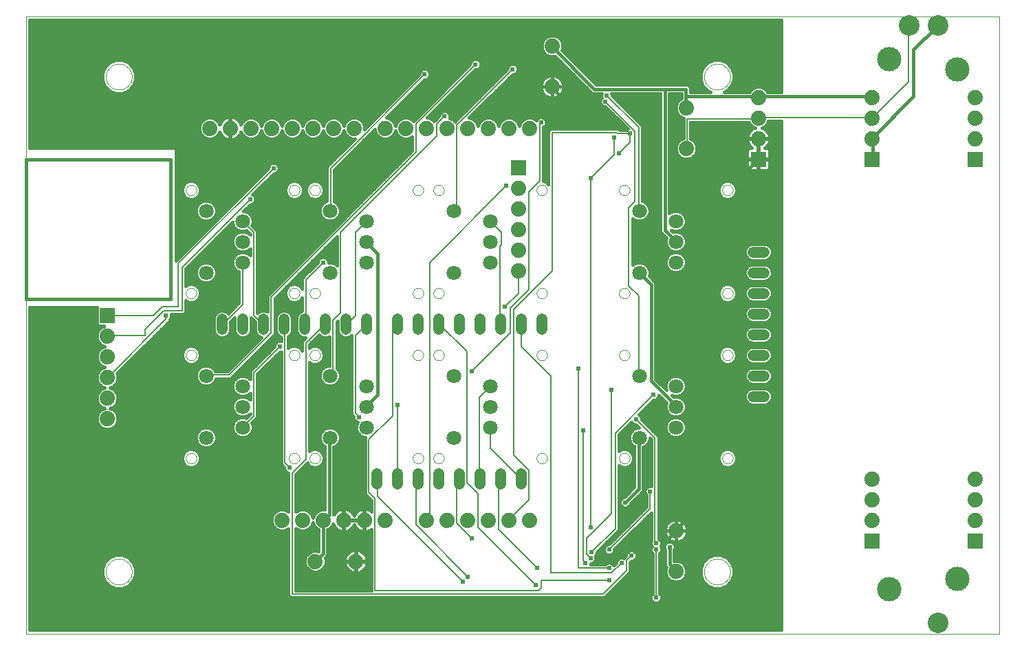
<source format=gtl>
G75*
G70*
%OFA0B0*%
%FSLAX24Y24*%
%IPPOS*%
%LPD*%
%AMOC8*
5,1,8,0,0,1.08239X$1,22.5*
%
%ADD10C,0.0000*%
%ADD11C,0.0160*%
%ADD12C,0.0709*%
%ADD13C,0.0740*%
%ADD14C,0.1000*%
%ADD15C,0.1181*%
%ADD16R,0.0740X0.0740*%
%ADD17C,0.0520*%
%ADD18C,0.0240*%
%ADD19C,0.0080*%
D10*
X000180Y000180D02*
X000180Y016400D01*
X000180Y030101D01*
X047361Y030101D01*
X047361Y000180D01*
X000180Y000180D01*
X004050Y003180D02*
X004052Y003230D01*
X004058Y003280D01*
X004068Y003329D01*
X004082Y003377D01*
X004099Y003424D01*
X004120Y003469D01*
X004145Y003513D01*
X004173Y003554D01*
X004205Y003593D01*
X004239Y003630D01*
X004276Y003664D01*
X004316Y003694D01*
X004358Y003721D01*
X004402Y003745D01*
X004448Y003766D01*
X004495Y003782D01*
X004543Y003795D01*
X004593Y003804D01*
X004642Y003809D01*
X004693Y003810D01*
X004743Y003807D01*
X004792Y003800D01*
X004841Y003789D01*
X004889Y003774D01*
X004935Y003756D01*
X004980Y003734D01*
X005023Y003708D01*
X005064Y003679D01*
X005103Y003647D01*
X005139Y003612D01*
X005171Y003574D01*
X005201Y003534D01*
X005228Y003491D01*
X005251Y003447D01*
X005270Y003401D01*
X005286Y003353D01*
X005298Y003304D01*
X005306Y003255D01*
X005310Y003205D01*
X005310Y003155D01*
X005306Y003105D01*
X005298Y003056D01*
X005286Y003007D01*
X005270Y002959D01*
X005251Y002913D01*
X005228Y002869D01*
X005201Y002826D01*
X005171Y002786D01*
X005139Y002748D01*
X005103Y002713D01*
X005064Y002681D01*
X005023Y002652D01*
X004980Y002626D01*
X004935Y002604D01*
X004889Y002586D01*
X004841Y002571D01*
X004792Y002560D01*
X004743Y002553D01*
X004693Y002550D01*
X004642Y002551D01*
X004593Y002556D01*
X004543Y002565D01*
X004495Y002578D01*
X004448Y002594D01*
X004402Y002615D01*
X004358Y002639D01*
X004316Y002666D01*
X004276Y002696D01*
X004239Y002730D01*
X004205Y002767D01*
X004173Y002806D01*
X004145Y002847D01*
X004120Y002891D01*
X004099Y002936D01*
X004082Y002983D01*
X004068Y003031D01*
X004058Y003080D01*
X004052Y003130D01*
X004050Y003180D01*
X007924Y008680D02*
X007926Y008711D01*
X007932Y008742D01*
X007941Y008772D01*
X007954Y008801D01*
X007971Y008828D01*
X007991Y008852D01*
X008013Y008874D01*
X008039Y008893D01*
X008066Y008909D01*
X008095Y008921D01*
X008125Y008930D01*
X008156Y008935D01*
X008188Y008936D01*
X008219Y008933D01*
X008250Y008926D01*
X008280Y008916D01*
X008308Y008902D01*
X008334Y008884D01*
X008358Y008864D01*
X008379Y008840D01*
X008398Y008815D01*
X008413Y008787D01*
X008424Y008758D01*
X008432Y008727D01*
X008436Y008696D01*
X008436Y008664D01*
X008432Y008633D01*
X008424Y008602D01*
X008413Y008573D01*
X008398Y008545D01*
X008379Y008520D01*
X008358Y008496D01*
X008334Y008476D01*
X008308Y008458D01*
X008280Y008444D01*
X008250Y008434D01*
X008219Y008427D01*
X008188Y008424D01*
X008156Y008425D01*
X008125Y008430D01*
X008095Y008439D01*
X008066Y008451D01*
X008039Y008467D01*
X008013Y008486D01*
X007991Y008508D01*
X007971Y008532D01*
X007954Y008559D01*
X007941Y008588D01*
X007932Y008618D01*
X007926Y008649D01*
X007924Y008680D01*
X012924Y008680D02*
X012926Y008711D01*
X012932Y008742D01*
X012941Y008772D01*
X012954Y008801D01*
X012971Y008828D01*
X012991Y008852D01*
X013013Y008874D01*
X013039Y008893D01*
X013066Y008909D01*
X013095Y008921D01*
X013125Y008930D01*
X013156Y008935D01*
X013188Y008936D01*
X013219Y008933D01*
X013250Y008926D01*
X013280Y008916D01*
X013308Y008902D01*
X013334Y008884D01*
X013358Y008864D01*
X013379Y008840D01*
X013398Y008815D01*
X013413Y008787D01*
X013424Y008758D01*
X013432Y008727D01*
X013436Y008696D01*
X013436Y008664D01*
X013432Y008633D01*
X013424Y008602D01*
X013413Y008573D01*
X013398Y008545D01*
X013379Y008520D01*
X013358Y008496D01*
X013334Y008476D01*
X013308Y008458D01*
X013280Y008444D01*
X013250Y008434D01*
X013219Y008427D01*
X013188Y008424D01*
X013156Y008425D01*
X013125Y008430D01*
X013095Y008439D01*
X013066Y008451D01*
X013039Y008467D01*
X013013Y008486D01*
X012991Y008508D01*
X012971Y008532D01*
X012954Y008559D01*
X012941Y008588D01*
X012932Y008618D01*
X012926Y008649D01*
X012924Y008680D01*
X013924Y008680D02*
X013926Y008711D01*
X013932Y008742D01*
X013941Y008772D01*
X013954Y008801D01*
X013971Y008828D01*
X013991Y008852D01*
X014013Y008874D01*
X014039Y008893D01*
X014066Y008909D01*
X014095Y008921D01*
X014125Y008930D01*
X014156Y008935D01*
X014188Y008936D01*
X014219Y008933D01*
X014250Y008926D01*
X014280Y008916D01*
X014308Y008902D01*
X014334Y008884D01*
X014358Y008864D01*
X014379Y008840D01*
X014398Y008815D01*
X014413Y008787D01*
X014424Y008758D01*
X014432Y008727D01*
X014436Y008696D01*
X014436Y008664D01*
X014432Y008633D01*
X014424Y008602D01*
X014413Y008573D01*
X014398Y008545D01*
X014379Y008520D01*
X014358Y008496D01*
X014334Y008476D01*
X014308Y008458D01*
X014280Y008444D01*
X014250Y008434D01*
X014219Y008427D01*
X014188Y008424D01*
X014156Y008425D01*
X014125Y008430D01*
X014095Y008439D01*
X014066Y008451D01*
X014039Y008467D01*
X014013Y008486D01*
X013991Y008508D01*
X013971Y008532D01*
X013954Y008559D01*
X013941Y008588D01*
X013932Y008618D01*
X013926Y008649D01*
X013924Y008680D01*
X018924Y008680D02*
X018926Y008711D01*
X018932Y008742D01*
X018941Y008772D01*
X018954Y008801D01*
X018971Y008828D01*
X018991Y008852D01*
X019013Y008874D01*
X019039Y008893D01*
X019066Y008909D01*
X019095Y008921D01*
X019125Y008930D01*
X019156Y008935D01*
X019188Y008936D01*
X019219Y008933D01*
X019250Y008926D01*
X019280Y008916D01*
X019308Y008902D01*
X019334Y008884D01*
X019358Y008864D01*
X019379Y008840D01*
X019398Y008815D01*
X019413Y008787D01*
X019424Y008758D01*
X019432Y008727D01*
X019436Y008696D01*
X019436Y008664D01*
X019432Y008633D01*
X019424Y008602D01*
X019413Y008573D01*
X019398Y008545D01*
X019379Y008520D01*
X019358Y008496D01*
X019334Y008476D01*
X019308Y008458D01*
X019280Y008444D01*
X019250Y008434D01*
X019219Y008427D01*
X019188Y008424D01*
X019156Y008425D01*
X019125Y008430D01*
X019095Y008439D01*
X019066Y008451D01*
X019039Y008467D01*
X019013Y008486D01*
X018991Y008508D01*
X018971Y008532D01*
X018954Y008559D01*
X018941Y008588D01*
X018932Y008618D01*
X018926Y008649D01*
X018924Y008680D01*
X019924Y008680D02*
X019926Y008711D01*
X019932Y008742D01*
X019941Y008772D01*
X019954Y008801D01*
X019971Y008828D01*
X019991Y008852D01*
X020013Y008874D01*
X020039Y008893D01*
X020066Y008909D01*
X020095Y008921D01*
X020125Y008930D01*
X020156Y008935D01*
X020188Y008936D01*
X020219Y008933D01*
X020250Y008926D01*
X020280Y008916D01*
X020308Y008902D01*
X020334Y008884D01*
X020358Y008864D01*
X020379Y008840D01*
X020398Y008815D01*
X020413Y008787D01*
X020424Y008758D01*
X020432Y008727D01*
X020436Y008696D01*
X020436Y008664D01*
X020432Y008633D01*
X020424Y008602D01*
X020413Y008573D01*
X020398Y008545D01*
X020379Y008520D01*
X020358Y008496D01*
X020334Y008476D01*
X020308Y008458D01*
X020280Y008444D01*
X020250Y008434D01*
X020219Y008427D01*
X020188Y008424D01*
X020156Y008425D01*
X020125Y008430D01*
X020095Y008439D01*
X020066Y008451D01*
X020039Y008467D01*
X020013Y008486D01*
X019991Y008508D01*
X019971Y008532D01*
X019954Y008559D01*
X019941Y008588D01*
X019932Y008618D01*
X019926Y008649D01*
X019924Y008680D01*
X024924Y008680D02*
X024926Y008711D01*
X024932Y008742D01*
X024941Y008772D01*
X024954Y008801D01*
X024971Y008828D01*
X024991Y008852D01*
X025013Y008874D01*
X025039Y008893D01*
X025066Y008909D01*
X025095Y008921D01*
X025125Y008930D01*
X025156Y008935D01*
X025188Y008936D01*
X025219Y008933D01*
X025250Y008926D01*
X025280Y008916D01*
X025308Y008902D01*
X025334Y008884D01*
X025358Y008864D01*
X025379Y008840D01*
X025398Y008815D01*
X025413Y008787D01*
X025424Y008758D01*
X025432Y008727D01*
X025436Y008696D01*
X025436Y008664D01*
X025432Y008633D01*
X025424Y008602D01*
X025413Y008573D01*
X025398Y008545D01*
X025379Y008520D01*
X025358Y008496D01*
X025334Y008476D01*
X025308Y008458D01*
X025280Y008444D01*
X025250Y008434D01*
X025219Y008427D01*
X025188Y008424D01*
X025156Y008425D01*
X025125Y008430D01*
X025095Y008439D01*
X025066Y008451D01*
X025039Y008467D01*
X025013Y008486D01*
X024991Y008508D01*
X024971Y008532D01*
X024954Y008559D01*
X024941Y008588D01*
X024932Y008618D01*
X024926Y008649D01*
X024924Y008680D01*
X028924Y008680D02*
X028926Y008711D01*
X028932Y008742D01*
X028941Y008772D01*
X028954Y008801D01*
X028971Y008828D01*
X028991Y008852D01*
X029013Y008874D01*
X029039Y008893D01*
X029066Y008909D01*
X029095Y008921D01*
X029125Y008930D01*
X029156Y008935D01*
X029188Y008936D01*
X029219Y008933D01*
X029250Y008926D01*
X029280Y008916D01*
X029308Y008902D01*
X029334Y008884D01*
X029358Y008864D01*
X029379Y008840D01*
X029398Y008815D01*
X029413Y008787D01*
X029424Y008758D01*
X029432Y008727D01*
X029436Y008696D01*
X029436Y008664D01*
X029432Y008633D01*
X029424Y008602D01*
X029413Y008573D01*
X029398Y008545D01*
X029379Y008520D01*
X029358Y008496D01*
X029334Y008476D01*
X029308Y008458D01*
X029280Y008444D01*
X029250Y008434D01*
X029219Y008427D01*
X029188Y008424D01*
X029156Y008425D01*
X029125Y008430D01*
X029095Y008439D01*
X029066Y008451D01*
X029039Y008467D01*
X029013Y008486D01*
X028991Y008508D01*
X028971Y008532D01*
X028954Y008559D01*
X028941Y008588D01*
X028932Y008618D01*
X028926Y008649D01*
X028924Y008680D01*
X033924Y008680D02*
X033926Y008711D01*
X033932Y008742D01*
X033941Y008772D01*
X033954Y008801D01*
X033971Y008828D01*
X033991Y008852D01*
X034013Y008874D01*
X034039Y008893D01*
X034066Y008909D01*
X034095Y008921D01*
X034125Y008930D01*
X034156Y008935D01*
X034188Y008936D01*
X034219Y008933D01*
X034250Y008926D01*
X034280Y008916D01*
X034308Y008902D01*
X034334Y008884D01*
X034358Y008864D01*
X034379Y008840D01*
X034398Y008815D01*
X034413Y008787D01*
X034424Y008758D01*
X034432Y008727D01*
X034436Y008696D01*
X034436Y008664D01*
X034432Y008633D01*
X034424Y008602D01*
X034413Y008573D01*
X034398Y008545D01*
X034379Y008520D01*
X034358Y008496D01*
X034334Y008476D01*
X034308Y008458D01*
X034280Y008444D01*
X034250Y008434D01*
X034219Y008427D01*
X034188Y008424D01*
X034156Y008425D01*
X034125Y008430D01*
X034095Y008439D01*
X034066Y008451D01*
X034039Y008467D01*
X034013Y008486D01*
X033991Y008508D01*
X033971Y008532D01*
X033954Y008559D01*
X033941Y008588D01*
X033932Y008618D01*
X033926Y008649D01*
X033924Y008680D01*
X033924Y013680D02*
X033926Y013711D01*
X033932Y013742D01*
X033941Y013772D01*
X033954Y013801D01*
X033971Y013828D01*
X033991Y013852D01*
X034013Y013874D01*
X034039Y013893D01*
X034066Y013909D01*
X034095Y013921D01*
X034125Y013930D01*
X034156Y013935D01*
X034188Y013936D01*
X034219Y013933D01*
X034250Y013926D01*
X034280Y013916D01*
X034308Y013902D01*
X034334Y013884D01*
X034358Y013864D01*
X034379Y013840D01*
X034398Y013815D01*
X034413Y013787D01*
X034424Y013758D01*
X034432Y013727D01*
X034436Y013696D01*
X034436Y013664D01*
X034432Y013633D01*
X034424Y013602D01*
X034413Y013573D01*
X034398Y013545D01*
X034379Y013520D01*
X034358Y013496D01*
X034334Y013476D01*
X034308Y013458D01*
X034280Y013444D01*
X034250Y013434D01*
X034219Y013427D01*
X034188Y013424D01*
X034156Y013425D01*
X034125Y013430D01*
X034095Y013439D01*
X034066Y013451D01*
X034039Y013467D01*
X034013Y013486D01*
X033991Y013508D01*
X033971Y013532D01*
X033954Y013559D01*
X033941Y013588D01*
X033932Y013618D01*
X033926Y013649D01*
X033924Y013680D01*
X033924Y016680D02*
X033926Y016711D01*
X033932Y016742D01*
X033941Y016772D01*
X033954Y016801D01*
X033971Y016828D01*
X033991Y016852D01*
X034013Y016874D01*
X034039Y016893D01*
X034066Y016909D01*
X034095Y016921D01*
X034125Y016930D01*
X034156Y016935D01*
X034188Y016936D01*
X034219Y016933D01*
X034250Y016926D01*
X034280Y016916D01*
X034308Y016902D01*
X034334Y016884D01*
X034358Y016864D01*
X034379Y016840D01*
X034398Y016815D01*
X034413Y016787D01*
X034424Y016758D01*
X034432Y016727D01*
X034436Y016696D01*
X034436Y016664D01*
X034432Y016633D01*
X034424Y016602D01*
X034413Y016573D01*
X034398Y016545D01*
X034379Y016520D01*
X034358Y016496D01*
X034334Y016476D01*
X034308Y016458D01*
X034280Y016444D01*
X034250Y016434D01*
X034219Y016427D01*
X034188Y016424D01*
X034156Y016425D01*
X034125Y016430D01*
X034095Y016439D01*
X034066Y016451D01*
X034039Y016467D01*
X034013Y016486D01*
X033991Y016508D01*
X033971Y016532D01*
X033954Y016559D01*
X033941Y016588D01*
X033932Y016618D01*
X033926Y016649D01*
X033924Y016680D01*
X028924Y016680D02*
X028926Y016711D01*
X028932Y016742D01*
X028941Y016772D01*
X028954Y016801D01*
X028971Y016828D01*
X028991Y016852D01*
X029013Y016874D01*
X029039Y016893D01*
X029066Y016909D01*
X029095Y016921D01*
X029125Y016930D01*
X029156Y016935D01*
X029188Y016936D01*
X029219Y016933D01*
X029250Y016926D01*
X029280Y016916D01*
X029308Y016902D01*
X029334Y016884D01*
X029358Y016864D01*
X029379Y016840D01*
X029398Y016815D01*
X029413Y016787D01*
X029424Y016758D01*
X029432Y016727D01*
X029436Y016696D01*
X029436Y016664D01*
X029432Y016633D01*
X029424Y016602D01*
X029413Y016573D01*
X029398Y016545D01*
X029379Y016520D01*
X029358Y016496D01*
X029334Y016476D01*
X029308Y016458D01*
X029280Y016444D01*
X029250Y016434D01*
X029219Y016427D01*
X029188Y016424D01*
X029156Y016425D01*
X029125Y016430D01*
X029095Y016439D01*
X029066Y016451D01*
X029039Y016467D01*
X029013Y016486D01*
X028991Y016508D01*
X028971Y016532D01*
X028954Y016559D01*
X028941Y016588D01*
X028932Y016618D01*
X028926Y016649D01*
X028924Y016680D01*
X024924Y016680D02*
X024926Y016711D01*
X024932Y016742D01*
X024941Y016772D01*
X024954Y016801D01*
X024971Y016828D01*
X024991Y016852D01*
X025013Y016874D01*
X025039Y016893D01*
X025066Y016909D01*
X025095Y016921D01*
X025125Y016930D01*
X025156Y016935D01*
X025188Y016936D01*
X025219Y016933D01*
X025250Y016926D01*
X025280Y016916D01*
X025308Y016902D01*
X025334Y016884D01*
X025358Y016864D01*
X025379Y016840D01*
X025398Y016815D01*
X025413Y016787D01*
X025424Y016758D01*
X025432Y016727D01*
X025436Y016696D01*
X025436Y016664D01*
X025432Y016633D01*
X025424Y016602D01*
X025413Y016573D01*
X025398Y016545D01*
X025379Y016520D01*
X025358Y016496D01*
X025334Y016476D01*
X025308Y016458D01*
X025280Y016444D01*
X025250Y016434D01*
X025219Y016427D01*
X025188Y016424D01*
X025156Y016425D01*
X025125Y016430D01*
X025095Y016439D01*
X025066Y016451D01*
X025039Y016467D01*
X025013Y016486D01*
X024991Y016508D01*
X024971Y016532D01*
X024954Y016559D01*
X024941Y016588D01*
X024932Y016618D01*
X024926Y016649D01*
X024924Y016680D01*
X024924Y013680D02*
X024926Y013711D01*
X024932Y013742D01*
X024941Y013772D01*
X024954Y013801D01*
X024971Y013828D01*
X024991Y013852D01*
X025013Y013874D01*
X025039Y013893D01*
X025066Y013909D01*
X025095Y013921D01*
X025125Y013930D01*
X025156Y013935D01*
X025188Y013936D01*
X025219Y013933D01*
X025250Y013926D01*
X025280Y013916D01*
X025308Y013902D01*
X025334Y013884D01*
X025358Y013864D01*
X025379Y013840D01*
X025398Y013815D01*
X025413Y013787D01*
X025424Y013758D01*
X025432Y013727D01*
X025436Y013696D01*
X025436Y013664D01*
X025432Y013633D01*
X025424Y013602D01*
X025413Y013573D01*
X025398Y013545D01*
X025379Y013520D01*
X025358Y013496D01*
X025334Y013476D01*
X025308Y013458D01*
X025280Y013444D01*
X025250Y013434D01*
X025219Y013427D01*
X025188Y013424D01*
X025156Y013425D01*
X025125Y013430D01*
X025095Y013439D01*
X025066Y013451D01*
X025039Y013467D01*
X025013Y013486D01*
X024991Y013508D01*
X024971Y013532D01*
X024954Y013559D01*
X024941Y013588D01*
X024932Y013618D01*
X024926Y013649D01*
X024924Y013680D01*
X028924Y013680D02*
X028926Y013711D01*
X028932Y013742D01*
X028941Y013772D01*
X028954Y013801D01*
X028971Y013828D01*
X028991Y013852D01*
X029013Y013874D01*
X029039Y013893D01*
X029066Y013909D01*
X029095Y013921D01*
X029125Y013930D01*
X029156Y013935D01*
X029188Y013936D01*
X029219Y013933D01*
X029250Y013926D01*
X029280Y013916D01*
X029308Y013902D01*
X029334Y013884D01*
X029358Y013864D01*
X029379Y013840D01*
X029398Y013815D01*
X029413Y013787D01*
X029424Y013758D01*
X029432Y013727D01*
X029436Y013696D01*
X029436Y013664D01*
X029432Y013633D01*
X029424Y013602D01*
X029413Y013573D01*
X029398Y013545D01*
X029379Y013520D01*
X029358Y013496D01*
X029334Y013476D01*
X029308Y013458D01*
X029280Y013444D01*
X029250Y013434D01*
X029219Y013427D01*
X029188Y013424D01*
X029156Y013425D01*
X029125Y013430D01*
X029095Y013439D01*
X029066Y013451D01*
X029039Y013467D01*
X029013Y013486D01*
X028991Y013508D01*
X028971Y013532D01*
X028954Y013559D01*
X028941Y013588D01*
X028932Y013618D01*
X028926Y013649D01*
X028924Y013680D01*
X019924Y013680D02*
X019926Y013711D01*
X019932Y013742D01*
X019941Y013772D01*
X019954Y013801D01*
X019971Y013828D01*
X019991Y013852D01*
X020013Y013874D01*
X020039Y013893D01*
X020066Y013909D01*
X020095Y013921D01*
X020125Y013930D01*
X020156Y013935D01*
X020188Y013936D01*
X020219Y013933D01*
X020250Y013926D01*
X020280Y013916D01*
X020308Y013902D01*
X020334Y013884D01*
X020358Y013864D01*
X020379Y013840D01*
X020398Y013815D01*
X020413Y013787D01*
X020424Y013758D01*
X020432Y013727D01*
X020436Y013696D01*
X020436Y013664D01*
X020432Y013633D01*
X020424Y013602D01*
X020413Y013573D01*
X020398Y013545D01*
X020379Y013520D01*
X020358Y013496D01*
X020334Y013476D01*
X020308Y013458D01*
X020280Y013444D01*
X020250Y013434D01*
X020219Y013427D01*
X020188Y013424D01*
X020156Y013425D01*
X020125Y013430D01*
X020095Y013439D01*
X020066Y013451D01*
X020039Y013467D01*
X020013Y013486D01*
X019991Y013508D01*
X019971Y013532D01*
X019954Y013559D01*
X019941Y013588D01*
X019932Y013618D01*
X019926Y013649D01*
X019924Y013680D01*
X018924Y013680D02*
X018926Y013711D01*
X018932Y013742D01*
X018941Y013772D01*
X018954Y013801D01*
X018971Y013828D01*
X018991Y013852D01*
X019013Y013874D01*
X019039Y013893D01*
X019066Y013909D01*
X019095Y013921D01*
X019125Y013930D01*
X019156Y013935D01*
X019188Y013936D01*
X019219Y013933D01*
X019250Y013926D01*
X019280Y013916D01*
X019308Y013902D01*
X019334Y013884D01*
X019358Y013864D01*
X019379Y013840D01*
X019398Y013815D01*
X019413Y013787D01*
X019424Y013758D01*
X019432Y013727D01*
X019436Y013696D01*
X019436Y013664D01*
X019432Y013633D01*
X019424Y013602D01*
X019413Y013573D01*
X019398Y013545D01*
X019379Y013520D01*
X019358Y013496D01*
X019334Y013476D01*
X019308Y013458D01*
X019280Y013444D01*
X019250Y013434D01*
X019219Y013427D01*
X019188Y013424D01*
X019156Y013425D01*
X019125Y013430D01*
X019095Y013439D01*
X019066Y013451D01*
X019039Y013467D01*
X019013Y013486D01*
X018991Y013508D01*
X018971Y013532D01*
X018954Y013559D01*
X018941Y013588D01*
X018932Y013618D01*
X018926Y013649D01*
X018924Y013680D01*
X018924Y016680D02*
X018926Y016711D01*
X018932Y016742D01*
X018941Y016772D01*
X018954Y016801D01*
X018971Y016828D01*
X018991Y016852D01*
X019013Y016874D01*
X019039Y016893D01*
X019066Y016909D01*
X019095Y016921D01*
X019125Y016930D01*
X019156Y016935D01*
X019188Y016936D01*
X019219Y016933D01*
X019250Y016926D01*
X019280Y016916D01*
X019308Y016902D01*
X019334Y016884D01*
X019358Y016864D01*
X019379Y016840D01*
X019398Y016815D01*
X019413Y016787D01*
X019424Y016758D01*
X019432Y016727D01*
X019436Y016696D01*
X019436Y016664D01*
X019432Y016633D01*
X019424Y016602D01*
X019413Y016573D01*
X019398Y016545D01*
X019379Y016520D01*
X019358Y016496D01*
X019334Y016476D01*
X019308Y016458D01*
X019280Y016444D01*
X019250Y016434D01*
X019219Y016427D01*
X019188Y016424D01*
X019156Y016425D01*
X019125Y016430D01*
X019095Y016439D01*
X019066Y016451D01*
X019039Y016467D01*
X019013Y016486D01*
X018991Y016508D01*
X018971Y016532D01*
X018954Y016559D01*
X018941Y016588D01*
X018932Y016618D01*
X018926Y016649D01*
X018924Y016680D01*
X019924Y016680D02*
X019926Y016711D01*
X019932Y016742D01*
X019941Y016772D01*
X019954Y016801D01*
X019971Y016828D01*
X019991Y016852D01*
X020013Y016874D01*
X020039Y016893D01*
X020066Y016909D01*
X020095Y016921D01*
X020125Y016930D01*
X020156Y016935D01*
X020188Y016936D01*
X020219Y016933D01*
X020250Y016926D01*
X020280Y016916D01*
X020308Y016902D01*
X020334Y016884D01*
X020358Y016864D01*
X020379Y016840D01*
X020398Y016815D01*
X020413Y016787D01*
X020424Y016758D01*
X020432Y016727D01*
X020436Y016696D01*
X020436Y016664D01*
X020432Y016633D01*
X020424Y016602D01*
X020413Y016573D01*
X020398Y016545D01*
X020379Y016520D01*
X020358Y016496D01*
X020334Y016476D01*
X020308Y016458D01*
X020280Y016444D01*
X020250Y016434D01*
X020219Y016427D01*
X020188Y016424D01*
X020156Y016425D01*
X020125Y016430D01*
X020095Y016439D01*
X020066Y016451D01*
X020039Y016467D01*
X020013Y016486D01*
X019991Y016508D01*
X019971Y016532D01*
X019954Y016559D01*
X019941Y016588D01*
X019932Y016618D01*
X019926Y016649D01*
X019924Y016680D01*
X013924Y016680D02*
X013926Y016711D01*
X013932Y016742D01*
X013941Y016772D01*
X013954Y016801D01*
X013971Y016828D01*
X013991Y016852D01*
X014013Y016874D01*
X014039Y016893D01*
X014066Y016909D01*
X014095Y016921D01*
X014125Y016930D01*
X014156Y016935D01*
X014188Y016936D01*
X014219Y016933D01*
X014250Y016926D01*
X014280Y016916D01*
X014308Y016902D01*
X014334Y016884D01*
X014358Y016864D01*
X014379Y016840D01*
X014398Y016815D01*
X014413Y016787D01*
X014424Y016758D01*
X014432Y016727D01*
X014436Y016696D01*
X014436Y016664D01*
X014432Y016633D01*
X014424Y016602D01*
X014413Y016573D01*
X014398Y016545D01*
X014379Y016520D01*
X014358Y016496D01*
X014334Y016476D01*
X014308Y016458D01*
X014280Y016444D01*
X014250Y016434D01*
X014219Y016427D01*
X014188Y016424D01*
X014156Y016425D01*
X014125Y016430D01*
X014095Y016439D01*
X014066Y016451D01*
X014039Y016467D01*
X014013Y016486D01*
X013991Y016508D01*
X013971Y016532D01*
X013954Y016559D01*
X013941Y016588D01*
X013932Y016618D01*
X013926Y016649D01*
X013924Y016680D01*
X012924Y016680D02*
X012926Y016711D01*
X012932Y016742D01*
X012941Y016772D01*
X012954Y016801D01*
X012971Y016828D01*
X012991Y016852D01*
X013013Y016874D01*
X013039Y016893D01*
X013066Y016909D01*
X013095Y016921D01*
X013125Y016930D01*
X013156Y016935D01*
X013188Y016936D01*
X013219Y016933D01*
X013250Y016926D01*
X013280Y016916D01*
X013308Y016902D01*
X013334Y016884D01*
X013358Y016864D01*
X013379Y016840D01*
X013398Y016815D01*
X013413Y016787D01*
X013424Y016758D01*
X013432Y016727D01*
X013436Y016696D01*
X013436Y016664D01*
X013432Y016633D01*
X013424Y016602D01*
X013413Y016573D01*
X013398Y016545D01*
X013379Y016520D01*
X013358Y016496D01*
X013334Y016476D01*
X013308Y016458D01*
X013280Y016444D01*
X013250Y016434D01*
X013219Y016427D01*
X013188Y016424D01*
X013156Y016425D01*
X013125Y016430D01*
X013095Y016439D01*
X013066Y016451D01*
X013039Y016467D01*
X013013Y016486D01*
X012991Y016508D01*
X012971Y016532D01*
X012954Y016559D01*
X012941Y016588D01*
X012932Y016618D01*
X012926Y016649D01*
X012924Y016680D01*
X012924Y013680D02*
X012926Y013711D01*
X012932Y013742D01*
X012941Y013772D01*
X012954Y013801D01*
X012971Y013828D01*
X012991Y013852D01*
X013013Y013874D01*
X013039Y013893D01*
X013066Y013909D01*
X013095Y013921D01*
X013125Y013930D01*
X013156Y013935D01*
X013188Y013936D01*
X013219Y013933D01*
X013250Y013926D01*
X013280Y013916D01*
X013308Y013902D01*
X013334Y013884D01*
X013358Y013864D01*
X013379Y013840D01*
X013398Y013815D01*
X013413Y013787D01*
X013424Y013758D01*
X013432Y013727D01*
X013436Y013696D01*
X013436Y013664D01*
X013432Y013633D01*
X013424Y013602D01*
X013413Y013573D01*
X013398Y013545D01*
X013379Y013520D01*
X013358Y013496D01*
X013334Y013476D01*
X013308Y013458D01*
X013280Y013444D01*
X013250Y013434D01*
X013219Y013427D01*
X013188Y013424D01*
X013156Y013425D01*
X013125Y013430D01*
X013095Y013439D01*
X013066Y013451D01*
X013039Y013467D01*
X013013Y013486D01*
X012991Y013508D01*
X012971Y013532D01*
X012954Y013559D01*
X012941Y013588D01*
X012932Y013618D01*
X012926Y013649D01*
X012924Y013680D01*
X013924Y013680D02*
X013926Y013711D01*
X013932Y013742D01*
X013941Y013772D01*
X013954Y013801D01*
X013971Y013828D01*
X013991Y013852D01*
X014013Y013874D01*
X014039Y013893D01*
X014066Y013909D01*
X014095Y013921D01*
X014125Y013930D01*
X014156Y013935D01*
X014188Y013936D01*
X014219Y013933D01*
X014250Y013926D01*
X014280Y013916D01*
X014308Y013902D01*
X014334Y013884D01*
X014358Y013864D01*
X014379Y013840D01*
X014398Y013815D01*
X014413Y013787D01*
X014424Y013758D01*
X014432Y013727D01*
X014436Y013696D01*
X014436Y013664D01*
X014432Y013633D01*
X014424Y013602D01*
X014413Y013573D01*
X014398Y013545D01*
X014379Y013520D01*
X014358Y013496D01*
X014334Y013476D01*
X014308Y013458D01*
X014280Y013444D01*
X014250Y013434D01*
X014219Y013427D01*
X014188Y013424D01*
X014156Y013425D01*
X014125Y013430D01*
X014095Y013439D01*
X014066Y013451D01*
X014039Y013467D01*
X014013Y013486D01*
X013991Y013508D01*
X013971Y013532D01*
X013954Y013559D01*
X013941Y013588D01*
X013932Y013618D01*
X013926Y013649D01*
X013924Y013680D01*
X007924Y013680D02*
X007926Y013711D01*
X007932Y013742D01*
X007941Y013772D01*
X007954Y013801D01*
X007971Y013828D01*
X007991Y013852D01*
X008013Y013874D01*
X008039Y013893D01*
X008066Y013909D01*
X008095Y013921D01*
X008125Y013930D01*
X008156Y013935D01*
X008188Y013936D01*
X008219Y013933D01*
X008250Y013926D01*
X008280Y013916D01*
X008308Y013902D01*
X008334Y013884D01*
X008358Y013864D01*
X008379Y013840D01*
X008398Y013815D01*
X008413Y013787D01*
X008424Y013758D01*
X008432Y013727D01*
X008436Y013696D01*
X008436Y013664D01*
X008432Y013633D01*
X008424Y013602D01*
X008413Y013573D01*
X008398Y013545D01*
X008379Y013520D01*
X008358Y013496D01*
X008334Y013476D01*
X008308Y013458D01*
X008280Y013444D01*
X008250Y013434D01*
X008219Y013427D01*
X008188Y013424D01*
X008156Y013425D01*
X008125Y013430D01*
X008095Y013439D01*
X008066Y013451D01*
X008039Y013467D01*
X008013Y013486D01*
X007991Y013508D01*
X007971Y013532D01*
X007954Y013559D01*
X007941Y013588D01*
X007932Y013618D01*
X007926Y013649D01*
X007924Y013680D01*
X007924Y016680D02*
X007926Y016711D01*
X007932Y016742D01*
X007941Y016772D01*
X007954Y016801D01*
X007971Y016828D01*
X007991Y016852D01*
X008013Y016874D01*
X008039Y016893D01*
X008066Y016909D01*
X008095Y016921D01*
X008125Y016930D01*
X008156Y016935D01*
X008188Y016936D01*
X008219Y016933D01*
X008250Y016926D01*
X008280Y016916D01*
X008308Y016902D01*
X008334Y016884D01*
X008358Y016864D01*
X008379Y016840D01*
X008398Y016815D01*
X008413Y016787D01*
X008424Y016758D01*
X008432Y016727D01*
X008436Y016696D01*
X008436Y016664D01*
X008432Y016633D01*
X008424Y016602D01*
X008413Y016573D01*
X008398Y016545D01*
X008379Y016520D01*
X008358Y016496D01*
X008334Y016476D01*
X008308Y016458D01*
X008280Y016444D01*
X008250Y016434D01*
X008219Y016427D01*
X008188Y016424D01*
X008156Y016425D01*
X008125Y016430D01*
X008095Y016439D01*
X008066Y016451D01*
X008039Y016467D01*
X008013Y016486D01*
X007991Y016508D01*
X007971Y016532D01*
X007954Y016559D01*
X007941Y016588D01*
X007932Y016618D01*
X007926Y016649D01*
X007924Y016680D01*
X007924Y021680D02*
X007926Y021711D01*
X007932Y021742D01*
X007941Y021772D01*
X007954Y021801D01*
X007971Y021828D01*
X007991Y021852D01*
X008013Y021874D01*
X008039Y021893D01*
X008066Y021909D01*
X008095Y021921D01*
X008125Y021930D01*
X008156Y021935D01*
X008188Y021936D01*
X008219Y021933D01*
X008250Y021926D01*
X008280Y021916D01*
X008308Y021902D01*
X008334Y021884D01*
X008358Y021864D01*
X008379Y021840D01*
X008398Y021815D01*
X008413Y021787D01*
X008424Y021758D01*
X008432Y021727D01*
X008436Y021696D01*
X008436Y021664D01*
X008432Y021633D01*
X008424Y021602D01*
X008413Y021573D01*
X008398Y021545D01*
X008379Y021520D01*
X008358Y021496D01*
X008334Y021476D01*
X008308Y021458D01*
X008280Y021444D01*
X008250Y021434D01*
X008219Y021427D01*
X008188Y021424D01*
X008156Y021425D01*
X008125Y021430D01*
X008095Y021439D01*
X008066Y021451D01*
X008039Y021467D01*
X008013Y021486D01*
X007991Y021508D01*
X007971Y021532D01*
X007954Y021559D01*
X007941Y021588D01*
X007932Y021618D01*
X007926Y021649D01*
X007924Y021680D01*
X012924Y021680D02*
X012926Y021711D01*
X012932Y021742D01*
X012941Y021772D01*
X012954Y021801D01*
X012971Y021828D01*
X012991Y021852D01*
X013013Y021874D01*
X013039Y021893D01*
X013066Y021909D01*
X013095Y021921D01*
X013125Y021930D01*
X013156Y021935D01*
X013188Y021936D01*
X013219Y021933D01*
X013250Y021926D01*
X013280Y021916D01*
X013308Y021902D01*
X013334Y021884D01*
X013358Y021864D01*
X013379Y021840D01*
X013398Y021815D01*
X013413Y021787D01*
X013424Y021758D01*
X013432Y021727D01*
X013436Y021696D01*
X013436Y021664D01*
X013432Y021633D01*
X013424Y021602D01*
X013413Y021573D01*
X013398Y021545D01*
X013379Y021520D01*
X013358Y021496D01*
X013334Y021476D01*
X013308Y021458D01*
X013280Y021444D01*
X013250Y021434D01*
X013219Y021427D01*
X013188Y021424D01*
X013156Y021425D01*
X013125Y021430D01*
X013095Y021439D01*
X013066Y021451D01*
X013039Y021467D01*
X013013Y021486D01*
X012991Y021508D01*
X012971Y021532D01*
X012954Y021559D01*
X012941Y021588D01*
X012932Y021618D01*
X012926Y021649D01*
X012924Y021680D01*
X013924Y021680D02*
X013926Y021711D01*
X013932Y021742D01*
X013941Y021772D01*
X013954Y021801D01*
X013971Y021828D01*
X013991Y021852D01*
X014013Y021874D01*
X014039Y021893D01*
X014066Y021909D01*
X014095Y021921D01*
X014125Y021930D01*
X014156Y021935D01*
X014188Y021936D01*
X014219Y021933D01*
X014250Y021926D01*
X014280Y021916D01*
X014308Y021902D01*
X014334Y021884D01*
X014358Y021864D01*
X014379Y021840D01*
X014398Y021815D01*
X014413Y021787D01*
X014424Y021758D01*
X014432Y021727D01*
X014436Y021696D01*
X014436Y021664D01*
X014432Y021633D01*
X014424Y021602D01*
X014413Y021573D01*
X014398Y021545D01*
X014379Y021520D01*
X014358Y021496D01*
X014334Y021476D01*
X014308Y021458D01*
X014280Y021444D01*
X014250Y021434D01*
X014219Y021427D01*
X014188Y021424D01*
X014156Y021425D01*
X014125Y021430D01*
X014095Y021439D01*
X014066Y021451D01*
X014039Y021467D01*
X014013Y021486D01*
X013991Y021508D01*
X013971Y021532D01*
X013954Y021559D01*
X013941Y021588D01*
X013932Y021618D01*
X013926Y021649D01*
X013924Y021680D01*
X018924Y021680D02*
X018926Y021711D01*
X018932Y021742D01*
X018941Y021772D01*
X018954Y021801D01*
X018971Y021828D01*
X018991Y021852D01*
X019013Y021874D01*
X019039Y021893D01*
X019066Y021909D01*
X019095Y021921D01*
X019125Y021930D01*
X019156Y021935D01*
X019188Y021936D01*
X019219Y021933D01*
X019250Y021926D01*
X019280Y021916D01*
X019308Y021902D01*
X019334Y021884D01*
X019358Y021864D01*
X019379Y021840D01*
X019398Y021815D01*
X019413Y021787D01*
X019424Y021758D01*
X019432Y021727D01*
X019436Y021696D01*
X019436Y021664D01*
X019432Y021633D01*
X019424Y021602D01*
X019413Y021573D01*
X019398Y021545D01*
X019379Y021520D01*
X019358Y021496D01*
X019334Y021476D01*
X019308Y021458D01*
X019280Y021444D01*
X019250Y021434D01*
X019219Y021427D01*
X019188Y021424D01*
X019156Y021425D01*
X019125Y021430D01*
X019095Y021439D01*
X019066Y021451D01*
X019039Y021467D01*
X019013Y021486D01*
X018991Y021508D01*
X018971Y021532D01*
X018954Y021559D01*
X018941Y021588D01*
X018932Y021618D01*
X018926Y021649D01*
X018924Y021680D01*
X019924Y021680D02*
X019926Y021711D01*
X019932Y021742D01*
X019941Y021772D01*
X019954Y021801D01*
X019971Y021828D01*
X019991Y021852D01*
X020013Y021874D01*
X020039Y021893D01*
X020066Y021909D01*
X020095Y021921D01*
X020125Y021930D01*
X020156Y021935D01*
X020188Y021936D01*
X020219Y021933D01*
X020250Y021926D01*
X020280Y021916D01*
X020308Y021902D01*
X020334Y021884D01*
X020358Y021864D01*
X020379Y021840D01*
X020398Y021815D01*
X020413Y021787D01*
X020424Y021758D01*
X020432Y021727D01*
X020436Y021696D01*
X020436Y021664D01*
X020432Y021633D01*
X020424Y021602D01*
X020413Y021573D01*
X020398Y021545D01*
X020379Y021520D01*
X020358Y021496D01*
X020334Y021476D01*
X020308Y021458D01*
X020280Y021444D01*
X020250Y021434D01*
X020219Y021427D01*
X020188Y021424D01*
X020156Y021425D01*
X020125Y021430D01*
X020095Y021439D01*
X020066Y021451D01*
X020039Y021467D01*
X020013Y021486D01*
X019991Y021508D01*
X019971Y021532D01*
X019954Y021559D01*
X019941Y021588D01*
X019932Y021618D01*
X019926Y021649D01*
X019924Y021680D01*
X024924Y021680D02*
X024926Y021711D01*
X024932Y021742D01*
X024941Y021772D01*
X024954Y021801D01*
X024971Y021828D01*
X024991Y021852D01*
X025013Y021874D01*
X025039Y021893D01*
X025066Y021909D01*
X025095Y021921D01*
X025125Y021930D01*
X025156Y021935D01*
X025188Y021936D01*
X025219Y021933D01*
X025250Y021926D01*
X025280Y021916D01*
X025308Y021902D01*
X025334Y021884D01*
X025358Y021864D01*
X025379Y021840D01*
X025398Y021815D01*
X025413Y021787D01*
X025424Y021758D01*
X025432Y021727D01*
X025436Y021696D01*
X025436Y021664D01*
X025432Y021633D01*
X025424Y021602D01*
X025413Y021573D01*
X025398Y021545D01*
X025379Y021520D01*
X025358Y021496D01*
X025334Y021476D01*
X025308Y021458D01*
X025280Y021444D01*
X025250Y021434D01*
X025219Y021427D01*
X025188Y021424D01*
X025156Y021425D01*
X025125Y021430D01*
X025095Y021439D01*
X025066Y021451D01*
X025039Y021467D01*
X025013Y021486D01*
X024991Y021508D01*
X024971Y021532D01*
X024954Y021559D01*
X024941Y021588D01*
X024932Y021618D01*
X024926Y021649D01*
X024924Y021680D01*
X028924Y021680D02*
X028926Y021711D01*
X028932Y021742D01*
X028941Y021772D01*
X028954Y021801D01*
X028971Y021828D01*
X028991Y021852D01*
X029013Y021874D01*
X029039Y021893D01*
X029066Y021909D01*
X029095Y021921D01*
X029125Y021930D01*
X029156Y021935D01*
X029188Y021936D01*
X029219Y021933D01*
X029250Y021926D01*
X029280Y021916D01*
X029308Y021902D01*
X029334Y021884D01*
X029358Y021864D01*
X029379Y021840D01*
X029398Y021815D01*
X029413Y021787D01*
X029424Y021758D01*
X029432Y021727D01*
X029436Y021696D01*
X029436Y021664D01*
X029432Y021633D01*
X029424Y021602D01*
X029413Y021573D01*
X029398Y021545D01*
X029379Y021520D01*
X029358Y021496D01*
X029334Y021476D01*
X029308Y021458D01*
X029280Y021444D01*
X029250Y021434D01*
X029219Y021427D01*
X029188Y021424D01*
X029156Y021425D01*
X029125Y021430D01*
X029095Y021439D01*
X029066Y021451D01*
X029039Y021467D01*
X029013Y021486D01*
X028991Y021508D01*
X028971Y021532D01*
X028954Y021559D01*
X028941Y021588D01*
X028932Y021618D01*
X028926Y021649D01*
X028924Y021680D01*
X033924Y021680D02*
X033926Y021711D01*
X033932Y021742D01*
X033941Y021772D01*
X033954Y021801D01*
X033971Y021828D01*
X033991Y021852D01*
X034013Y021874D01*
X034039Y021893D01*
X034066Y021909D01*
X034095Y021921D01*
X034125Y021930D01*
X034156Y021935D01*
X034188Y021936D01*
X034219Y021933D01*
X034250Y021926D01*
X034280Y021916D01*
X034308Y021902D01*
X034334Y021884D01*
X034358Y021864D01*
X034379Y021840D01*
X034398Y021815D01*
X034413Y021787D01*
X034424Y021758D01*
X034432Y021727D01*
X034436Y021696D01*
X034436Y021664D01*
X034432Y021633D01*
X034424Y021602D01*
X034413Y021573D01*
X034398Y021545D01*
X034379Y021520D01*
X034358Y021496D01*
X034334Y021476D01*
X034308Y021458D01*
X034280Y021444D01*
X034250Y021434D01*
X034219Y021427D01*
X034188Y021424D01*
X034156Y021425D01*
X034125Y021430D01*
X034095Y021439D01*
X034066Y021451D01*
X034039Y021467D01*
X034013Y021486D01*
X033991Y021508D01*
X033971Y021532D01*
X033954Y021559D01*
X033941Y021588D01*
X033932Y021618D01*
X033926Y021649D01*
X033924Y021680D01*
X033050Y027180D02*
X033052Y027230D01*
X033058Y027280D01*
X033068Y027329D01*
X033082Y027377D01*
X033099Y027424D01*
X033120Y027469D01*
X033145Y027513D01*
X033173Y027554D01*
X033205Y027593D01*
X033239Y027630D01*
X033276Y027664D01*
X033316Y027694D01*
X033358Y027721D01*
X033402Y027745D01*
X033448Y027766D01*
X033495Y027782D01*
X033543Y027795D01*
X033593Y027804D01*
X033642Y027809D01*
X033693Y027810D01*
X033743Y027807D01*
X033792Y027800D01*
X033841Y027789D01*
X033889Y027774D01*
X033935Y027756D01*
X033980Y027734D01*
X034023Y027708D01*
X034064Y027679D01*
X034103Y027647D01*
X034139Y027612D01*
X034171Y027574D01*
X034201Y027534D01*
X034228Y027491D01*
X034251Y027447D01*
X034270Y027401D01*
X034286Y027353D01*
X034298Y027304D01*
X034306Y027255D01*
X034310Y027205D01*
X034310Y027155D01*
X034306Y027105D01*
X034298Y027056D01*
X034286Y027007D01*
X034270Y026959D01*
X034251Y026913D01*
X034228Y026869D01*
X034201Y026826D01*
X034171Y026786D01*
X034139Y026748D01*
X034103Y026713D01*
X034064Y026681D01*
X034023Y026652D01*
X033980Y026626D01*
X033935Y026604D01*
X033889Y026586D01*
X033841Y026571D01*
X033792Y026560D01*
X033743Y026553D01*
X033693Y026550D01*
X033642Y026551D01*
X033593Y026556D01*
X033543Y026565D01*
X033495Y026578D01*
X033448Y026594D01*
X033402Y026615D01*
X033358Y026639D01*
X033316Y026666D01*
X033276Y026696D01*
X033239Y026730D01*
X033205Y026767D01*
X033173Y026806D01*
X033145Y026847D01*
X033120Y026891D01*
X033099Y026936D01*
X033082Y026983D01*
X033068Y027031D01*
X033058Y027080D01*
X033052Y027130D01*
X033050Y027180D01*
X004050Y027180D02*
X004052Y027230D01*
X004058Y027280D01*
X004068Y027329D01*
X004082Y027377D01*
X004099Y027424D01*
X004120Y027469D01*
X004145Y027513D01*
X004173Y027554D01*
X004205Y027593D01*
X004239Y027630D01*
X004276Y027664D01*
X004316Y027694D01*
X004358Y027721D01*
X004402Y027745D01*
X004448Y027766D01*
X004495Y027782D01*
X004543Y027795D01*
X004593Y027804D01*
X004642Y027809D01*
X004693Y027810D01*
X004743Y027807D01*
X004792Y027800D01*
X004841Y027789D01*
X004889Y027774D01*
X004935Y027756D01*
X004980Y027734D01*
X005023Y027708D01*
X005064Y027679D01*
X005103Y027647D01*
X005139Y027612D01*
X005171Y027574D01*
X005201Y027534D01*
X005228Y027491D01*
X005251Y027447D01*
X005270Y027401D01*
X005286Y027353D01*
X005298Y027304D01*
X005306Y027255D01*
X005310Y027205D01*
X005310Y027155D01*
X005306Y027105D01*
X005298Y027056D01*
X005286Y027007D01*
X005270Y026959D01*
X005251Y026913D01*
X005228Y026869D01*
X005201Y026826D01*
X005171Y026786D01*
X005139Y026748D01*
X005103Y026713D01*
X005064Y026681D01*
X005023Y026652D01*
X004980Y026626D01*
X004935Y026604D01*
X004889Y026586D01*
X004841Y026571D01*
X004792Y026560D01*
X004743Y026553D01*
X004693Y026550D01*
X004642Y026551D01*
X004593Y026556D01*
X004543Y026565D01*
X004495Y026578D01*
X004448Y026594D01*
X004402Y026615D01*
X004358Y026639D01*
X004316Y026666D01*
X004276Y026696D01*
X004239Y026730D01*
X004205Y026767D01*
X004173Y026806D01*
X004145Y026847D01*
X004120Y026891D01*
X004099Y026936D01*
X004082Y026983D01*
X004068Y027031D01*
X004058Y027080D01*
X004052Y027130D01*
X004050Y027180D01*
X033050Y003180D02*
X033052Y003230D01*
X033058Y003280D01*
X033068Y003329D01*
X033082Y003377D01*
X033099Y003424D01*
X033120Y003469D01*
X033145Y003513D01*
X033173Y003554D01*
X033205Y003593D01*
X033239Y003630D01*
X033276Y003664D01*
X033316Y003694D01*
X033358Y003721D01*
X033402Y003745D01*
X033448Y003766D01*
X033495Y003782D01*
X033543Y003795D01*
X033593Y003804D01*
X033642Y003809D01*
X033693Y003810D01*
X033743Y003807D01*
X033792Y003800D01*
X033841Y003789D01*
X033889Y003774D01*
X033935Y003756D01*
X033980Y003734D01*
X034023Y003708D01*
X034064Y003679D01*
X034103Y003647D01*
X034139Y003612D01*
X034171Y003574D01*
X034201Y003534D01*
X034228Y003491D01*
X034251Y003447D01*
X034270Y003401D01*
X034286Y003353D01*
X034298Y003304D01*
X034306Y003255D01*
X034310Y003205D01*
X034310Y003155D01*
X034306Y003105D01*
X034298Y003056D01*
X034286Y003007D01*
X034270Y002959D01*
X034251Y002913D01*
X034228Y002869D01*
X034201Y002826D01*
X034171Y002786D01*
X034139Y002748D01*
X034103Y002713D01*
X034064Y002681D01*
X034023Y002652D01*
X033980Y002626D01*
X033935Y002604D01*
X033889Y002586D01*
X033841Y002571D01*
X033792Y002560D01*
X033743Y002553D01*
X033693Y002550D01*
X033642Y002551D01*
X033593Y002556D01*
X033543Y002565D01*
X033495Y002578D01*
X033448Y002594D01*
X033402Y002615D01*
X033358Y002639D01*
X033316Y002666D01*
X033276Y002696D01*
X033239Y002730D01*
X033205Y002767D01*
X033173Y002806D01*
X033145Y002847D01*
X033120Y002891D01*
X033099Y002936D01*
X033082Y002983D01*
X033068Y003031D01*
X033058Y003080D01*
X033052Y003130D01*
X033050Y003180D01*
D11*
X032870Y003192D02*
X032190Y003192D01*
X032190Y003094D02*
X032112Y002907D01*
X031969Y002763D01*
X031781Y002686D01*
X031579Y002686D01*
X031391Y002763D01*
X031248Y002907D01*
X031170Y003094D01*
X031170Y003297D01*
X031211Y003397D01*
X031160Y003449D01*
X031160Y004232D01*
X031160Y004233D01*
X031120Y004328D01*
X031120Y004432D01*
X031160Y004527D01*
X031233Y004600D01*
X031328Y004640D01*
X031432Y004640D01*
X031527Y004600D01*
X031600Y004527D01*
X031640Y004432D01*
X031640Y004328D01*
X031600Y004233D01*
X031600Y004232D01*
X031600Y003706D01*
X031781Y003706D01*
X031969Y003628D01*
X032112Y003485D01*
X032190Y003297D01*
X032190Y003094D01*
X032165Y003033D02*
X032870Y003033D01*
X032870Y003019D02*
X032993Y002721D01*
X033221Y002493D01*
X033519Y002370D01*
X033841Y002370D01*
X034139Y002493D01*
X034367Y002721D01*
X034490Y003019D01*
X034490Y003341D01*
X034367Y003639D01*
X034139Y003867D01*
X033841Y003990D01*
X033519Y003990D01*
X033221Y003867D01*
X032993Y003639D01*
X032870Y003341D01*
X032870Y003019D01*
X032930Y002875D02*
X032080Y002875D01*
X031854Y002716D02*
X032999Y002716D01*
X033157Y002558D02*
X030900Y002558D01*
X030900Y002716D02*
X031506Y002716D01*
X031280Y002875D02*
X030900Y002875D01*
X030900Y003033D02*
X031195Y003033D01*
X031170Y003192D02*
X030900Y003192D01*
X030900Y003350D02*
X031192Y003350D01*
X031160Y003509D02*
X030900Y003509D01*
X030900Y003667D02*
X031160Y003667D01*
X031160Y003826D02*
X030900Y003826D01*
X030900Y003984D02*
X031160Y003984D01*
X031160Y004143D02*
X030953Y004143D01*
X030940Y004113D02*
X030980Y004208D01*
X030980Y004312D01*
X030940Y004407D01*
X030938Y004410D01*
X030940Y004413D01*
X030980Y004508D01*
X030980Y004612D01*
X030940Y004707D01*
X030867Y004780D01*
X030840Y004792D01*
X030840Y009735D01*
X030020Y010555D01*
X030020Y010612D01*
X029980Y010707D01*
X029907Y010780D01*
X029884Y010790D01*
X030595Y011500D01*
X030652Y011500D01*
X030747Y011540D01*
X030820Y011613D01*
X030860Y011708D01*
X030860Y011729D01*
X031222Y011367D01*
X031186Y011278D01*
X031186Y011082D01*
X031261Y010900D01*
X031400Y010761D01*
X031582Y010686D01*
X031778Y010686D01*
X031960Y010761D01*
X032099Y010900D01*
X032174Y011082D01*
X032174Y011278D01*
X032099Y011460D01*
X031960Y011599D01*
X031778Y011674D01*
X031582Y011674D01*
X031550Y011661D01*
X031486Y011725D01*
X031582Y011686D01*
X031778Y011686D01*
X031960Y011761D01*
X032099Y011900D01*
X032174Y012082D01*
X032174Y012278D01*
X032099Y012460D01*
X031960Y012599D01*
X031778Y012674D01*
X031582Y012674D01*
X031400Y012599D01*
X031261Y012460D01*
X031186Y012278D01*
X031186Y012082D01*
X031225Y011986D01*
X030700Y012511D01*
X030700Y017191D01*
X030375Y017516D01*
X030403Y017582D01*
X030403Y017778D01*
X030327Y017960D01*
X030188Y018099D01*
X030007Y018174D01*
X029810Y018174D01*
X029628Y018099D01*
X029580Y018051D01*
X029580Y020309D01*
X029628Y020261D01*
X029810Y020186D01*
X030007Y020186D01*
X030188Y020261D01*
X030327Y020400D01*
X030403Y020582D01*
X030403Y020778D01*
X030327Y020960D01*
X030188Y021099D01*
X030060Y021152D01*
X030060Y024795D01*
X029955Y024900D01*
X029955Y024900D01*
X028580Y026275D01*
X028580Y026332D01*
X028568Y026360D01*
X030920Y026360D01*
X030920Y019649D01*
X031049Y019520D01*
X031216Y019352D01*
X031186Y019278D01*
X031186Y019082D01*
X031261Y018900D01*
X031400Y018761D01*
X031582Y018686D01*
X031778Y018686D01*
X031960Y018761D01*
X032099Y018900D01*
X032174Y019082D01*
X032174Y019278D01*
X032099Y019460D01*
X031960Y019599D01*
X031778Y019674D01*
X031582Y019674D01*
X031536Y019655D01*
X031452Y019740D01*
X031582Y019686D01*
X031778Y019686D01*
X031960Y019761D01*
X032099Y019900D01*
X032174Y020082D01*
X032174Y020278D01*
X032099Y020460D01*
X031960Y020599D01*
X031778Y020674D01*
X031582Y020674D01*
X031400Y020599D01*
X031360Y020559D01*
X031360Y026360D01*
X031940Y026360D01*
X031940Y026117D01*
X031891Y026097D01*
X031748Y025953D01*
X031670Y025766D01*
X031670Y025563D01*
X031748Y025375D01*
X031891Y025232D01*
X032040Y025170D01*
X032040Y024190D01*
X031891Y024128D01*
X031748Y023985D01*
X031670Y023797D01*
X031670Y023594D01*
X031748Y023407D01*
X031891Y023263D01*
X032079Y023186D01*
X032281Y023186D01*
X032469Y023263D01*
X032612Y023407D01*
X032690Y023594D01*
X032690Y023797D01*
X032612Y023985D01*
X032469Y024128D01*
X032400Y024157D01*
X032400Y024960D01*
X035219Y024960D01*
X035248Y024891D01*
X035391Y024748D01*
X035504Y024701D01*
X035469Y024690D01*
X035392Y024650D01*
X035322Y024600D01*
X035260Y024538D01*
X035210Y024468D01*
X035170Y024391D01*
X035144Y024309D01*
X035130Y024223D01*
X035130Y024200D01*
X035660Y024200D01*
X035660Y024160D01*
X035130Y024160D01*
X035130Y024137D01*
X035144Y024051D01*
X035170Y023969D01*
X035210Y023892D01*
X035260Y023822D01*
X035322Y023760D01*
X035364Y023730D01*
X035286Y023730D01*
X035241Y023718D01*
X035199Y023694D01*
X035166Y023661D01*
X035142Y023619D01*
X035130Y023574D01*
X035130Y023200D01*
X035660Y023200D01*
X035660Y024160D01*
X035700Y024160D01*
X035700Y024200D01*
X036230Y024200D01*
X036230Y024223D01*
X036216Y024309D01*
X036190Y024391D01*
X036150Y024468D01*
X036100Y024538D01*
X036038Y024600D01*
X035968Y024650D01*
X035891Y024690D01*
X035856Y024701D01*
X035969Y024748D01*
X036112Y024891D01*
X036166Y025020D01*
X036780Y025020D01*
X036780Y000360D01*
X000360Y000360D01*
X000360Y016000D01*
X003607Y016000D01*
X003607Y015172D01*
X003689Y015090D01*
X003967Y015090D01*
X003828Y015032D01*
X003685Y014889D01*
X003607Y014701D01*
X003607Y014499D01*
X003685Y014311D01*
X003828Y014168D01*
X003991Y014100D01*
X003828Y014032D01*
X003685Y013889D01*
X003607Y013701D01*
X003607Y013499D01*
X003685Y013311D01*
X003828Y013168D01*
X003991Y013100D01*
X003828Y013032D01*
X003685Y012889D01*
X003607Y012701D01*
X003607Y012499D01*
X003685Y012311D01*
X003828Y012168D01*
X003991Y012100D01*
X003828Y012032D01*
X003685Y011889D01*
X003607Y011701D01*
X003607Y011499D01*
X003685Y011311D01*
X003828Y011168D01*
X003991Y011100D01*
X003828Y011032D01*
X003685Y010889D01*
X003607Y010701D01*
X003607Y010499D01*
X003685Y010311D01*
X003828Y010168D01*
X004016Y010090D01*
X004218Y010090D01*
X004406Y010168D01*
X004549Y010311D01*
X004627Y010499D01*
X004627Y010701D01*
X004549Y010889D01*
X004406Y011032D01*
X004243Y011100D01*
X004406Y011168D01*
X004549Y011311D01*
X004627Y011499D01*
X004627Y011701D01*
X004549Y011889D01*
X004406Y012032D01*
X004243Y012100D01*
X004406Y012168D01*
X004549Y012311D01*
X004627Y012499D01*
X004627Y012701D01*
X004589Y012794D01*
X007035Y015240D01*
X007140Y015345D01*
X007140Y015412D01*
X007180Y015453D01*
X007220Y015548D01*
X007220Y015652D01*
X007217Y015660D01*
X007815Y015660D01*
X007920Y015765D01*
X007920Y016324D01*
X007933Y016310D01*
X008093Y016244D01*
X008267Y016244D01*
X008427Y016310D01*
X008550Y016433D01*
X008616Y016593D01*
X008616Y016767D01*
X008550Y016927D01*
X008427Y017050D01*
X008267Y017116D01*
X008093Y017116D01*
X007933Y017050D01*
X007920Y017036D01*
X007920Y017865D01*
X010186Y020131D01*
X010186Y020082D01*
X010261Y019900D01*
X010400Y019761D01*
X010582Y019686D01*
X010778Y019686D01*
X010864Y019721D01*
X011040Y019545D01*
X011040Y019519D01*
X010960Y019599D01*
X010778Y019674D01*
X010582Y019674D01*
X010400Y019599D01*
X010261Y019460D01*
X010186Y019278D01*
X010186Y019082D01*
X010261Y018900D01*
X010400Y018761D01*
X010582Y018686D01*
X010778Y018686D01*
X010960Y018761D01*
X011040Y018841D01*
X011040Y018519D01*
X010960Y018599D01*
X010778Y018674D01*
X010582Y018674D01*
X010400Y018599D01*
X010261Y018460D01*
X010186Y018278D01*
X010186Y018082D01*
X010261Y017900D01*
X010400Y017761D01*
X010500Y017719D01*
X010500Y016215D01*
X009986Y015700D01*
X009907Y015779D01*
X009760Y015840D01*
X009600Y015840D01*
X009453Y015779D01*
X009341Y015667D01*
X009280Y015520D01*
X009280Y014840D01*
X009341Y014693D01*
X009453Y014581D01*
X009600Y014520D01*
X009760Y014520D01*
X009907Y014581D01*
X010019Y014693D01*
X010080Y014840D01*
X010080Y015285D01*
X010280Y015485D01*
X010280Y014840D01*
X010341Y014693D01*
X010453Y014581D01*
X010600Y014520D01*
X010760Y014520D01*
X010907Y014581D01*
X011019Y014693D01*
X011080Y014840D01*
X011080Y015485D01*
X011145Y015420D01*
X011280Y015285D01*
X011280Y014840D01*
X011341Y014693D01*
X011453Y014581D01*
X011576Y014530D01*
X009945Y012900D01*
X009352Y012900D01*
X009327Y012960D01*
X009188Y013099D01*
X009007Y013174D01*
X008810Y013174D01*
X008628Y013099D01*
X008489Y012960D01*
X008414Y012778D01*
X008414Y012582D01*
X008489Y012400D01*
X008628Y012261D01*
X008810Y012186D01*
X009007Y012186D01*
X009188Y012261D01*
X009327Y012400D01*
X009385Y012540D01*
X010095Y012540D01*
X010200Y012645D01*
X012240Y014685D01*
X012240Y016425D01*
X015240Y019425D01*
X015240Y018047D01*
X015188Y018099D01*
X015007Y018174D01*
X014840Y018174D01*
X014840Y018232D01*
X014800Y018327D01*
X014727Y018400D01*
X014632Y018440D01*
X014528Y018440D01*
X014433Y018400D01*
X014360Y018327D01*
X014320Y018232D01*
X014320Y018175D01*
X013560Y017415D01*
X013560Y016902D01*
X013550Y016927D01*
X013427Y017050D01*
X013267Y017116D01*
X013093Y017116D01*
X012933Y017050D01*
X012810Y016927D01*
X012744Y016767D01*
X012744Y016593D01*
X012810Y016433D01*
X012933Y016310D01*
X013093Y016244D01*
X013267Y016244D01*
X013427Y016310D01*
X013550Y016433D01*
X013560Y016458D01*
X013560Y015823D01*
X013453Y015779D01*
X013341Y015667D01*
X013280Y015520D01*
X013280Y014840D01*
X013341Y014693D01*
X013453Y014581D01*
X013600Y014520D01*
X013725Y014520D01*
X013560Y014355D01*
X013560Y013902D01*
X013550Y013927D01*
X013427Y014050D01*
X013267Y014116D01*
X013093Y014116D01*
X012933Y014050D01*
X012900Y014016D01*
X012900Y014578D01*
X012907Y014581D01*
X013019Y014693D01*
X013080Y014840D01*
X013080Y015520D01*
X013019Y015667D01*
X012907Y015779D01*
X012760Y015840D01*
X012600Y015840D01*
X012453Y015779D01*
X012341Y015667D01*
X012280Y015520D01*
X012280Y014840D01*
X012341Y014693D01*
X012453Y014581D01*
X012540Y014545D01*
X012540Y014357D01*
X012532Y014360D01*
X012428Y014360D01*
X012333Y014320D01*
X012260Y014247D01*
X012220Y014152D01*
X012220Y014095D01*
X011145Y013020D01*
X011040Y012915D01*
X011040Y012519D01*
X010960Y012599D01*
X010778Y012674D01*
X010582Y012674D01*
X010400Y012599D01*
X010261Y012460D01*
X010186Y012278D01*
X010186Y012082D01*
X010261Y011900D01*
X010400Y011761D01*
X010582Y011686D01*
X010778Y011686D01*
X010960Y011761D01*
X011040Y011841D01*
X011040Y011519D01*
X010960Y011599D01*
X010778Y011674D01*
X010582Y011674D01*
X010400Y011599D01*
X010261Y011460D01*
X010186Y011278D01*
X010186Y011082D01*
X010261Y010900D01*
X010400Y010761D01*
X010582Y010686D01*
X010778Y010686D01*
X010960Y010761D01*
X011040Y010841D01*
X011040Y010815D01*
X010864Y010639D01*
X010778Y010674D01*
X010582Y010674D01*
X010400Y010599D01*
X010261Y010460D01*
X010186Y010278D01*
X010186Y010082D01*
X010261Y009900D01*
X010400Y009761D01*
X010582Y009686D01*
X010778Y009686D01*
X010960Y009761D01*
X011099Y009900D01*
X011174Y010082D01*
X011174Y010278D01*
X011127Y010392D01*
X011400Y010665D01*
X011400Y012765D01*
X012475Y013840D01*
X012532Y013840D01*
X012540Y013843D01*
X012540Y008385D01*
X012645Y008280D01*
X012700Y008225D01*
X012700Y008168D01*
X012740Y008073D01*
X012813Y008000D01*
X012900Y007963D01*
X012900Y006081D01*
X012869Y006112D01*
X012681Y006190D01*
X012479Y006190D01*
X012291Y006112D01*
X012148Y005969D01*
X012070Y005781D01*
X012070Y005579D01*
X012148Y005391D01*
X012291Y005248D01*
X012479Y005170D01*
X012681Y005170D01*
X012869Y005248D01*
X012900Y005279D01*
X012900Y002025D01*
X013005Y001920D01*
X028215Y001920D01*
X028320Y002025D01*
X029460Y003165D01*
X029460Y003645D01*
X029515Y003700D01*
X029572Y003700D01*
X029667Y003740D01*
X029740Y003813D01*
X029780Y003908D01*
X029780Y004012D01*
X029740Y004107D01*
X029667Y004180D01*
X029572Y004220D01*
X029468Y004220D01*
X029373Y004180D01*
X029300Y004107D01*
X029260Y004012D01*
X029260Y003955D01*
X029205Y003900D01*
X029144Y003838D01*
X029092Y003860D01*
X028988Y003860D01*
X028893Y003820D01*
X028820Y003747D01*
X028780Y003652D01*
X028780Y003595D01*
X028670Y003484D01*
X028660Y003507D01*
X028587Y003580D01*
X028492Y003620D01*
X028388Y003620D01*
X028293Y003580D01*
X028252Y003540D01*
X027557Y003540D01*
X027560Y003548D01*
X027560Y003580D01*
X027592Y003580D01*
X027687Y003620D01*
X027760Y003693D01*
X027800Y003788D01*
X027800Y003892D01*
X027776Y003949D01*
X027820Y003993D01*
X027860Y004088D01*
X027860Y004145D01*
X028815Y005100D01*
X028920Y005205D01*
X028920Y008324D01*
X028933Y008310D01*
X029093Y008244D01*
X029267Y008244D01*
X029427Y008310D01*
X029550Y008433D01*
X029616Y008593D01*
X029616Y008767D01*
X029550Y008927D01*
X029427Y009050D01*
X029267Y009116D01*
X029093Y009116D01*
X028933Y009050D01*
X028920Y009036D01*
X028920Y009825D01*
X029530Y010436D01*
X029540Y010413D01*
X029613Y010340D01*
X029708Y010300D01*
X029765Y010300D01*
X029891Y010174D01*
X029810Y010174D01*
X029628Y010099D01*
X029489Y009960D01*
X029414Y009778D01*
X029414Y009582D01*
X029489Y009400D01*
X029628Y009261D01*
X029660Y009248D01*
X029660Y007291D01*
X029169Y006800D01*
X029168Y006800D01*
X029073Y006760D01*
X029000Y006687D01*
X028960Y006592D01*
X028960Y006488D01*
X029000Y006393D01*
X029073Y006320D01*
X029168Y006280D01*
X029272Y006280D01*
X029367Y006320D01*
X029440Y006393D01*
X029480Y006488D01*
X029480Y006489D01*
X029971Y006980D01*
X030100Y007109D01*
X030100Y009224D01*
X030188Y009261D01*
X030327Y009400D01*
X030403Y009582D01*
X030403Y009663D01*
X030480Y009585D01*
X030480Y007337D01*
X030472Y007340D01*
X030368Y007340D01*
X030273Y007300D01*
X030200Y007227D01*
X030160Y007132D01*
X030160Y007028D01*
X030200Y006933D01*
X030240Y006892D01*
X030240Y006315D01*
X028445Y004520D01*
X028388Y004520D01*
X028293Y004480D01*
X028220Y004407D01*
X028180Y004312D01*
X028180Y004208D01*
X028220Y004113D01*
X028293Y004040D01*
X028388Y004000D01*
X028492Y004000D01*
X028587Y004040D01*
X028660Y004113D01*
X028700Y004208D01*
X028700Y004265D01*
X030480Y006045D01*
X030480Y004660D01*
X030460Y004612D01*
X030460Y004508D01*
X030500Y004413D01*
X030502Y004410D01*
X030500Y004407D01*
X030460Y004312D01*
X030460Y004208D01*
X030500Y004113D01*
X030540Y004072D01*
X030540Y002108D01*
X030500Y002067D01*
X030460Y001972D01*
X030460Y001868D01*
X030500Y001773D01*
X030573Y001700D01*
X030668Y001660D01*
X030772Y001660D01*
X030867Y001700D01*
X030940Y001773D01*
X030980Y001868D01*
X030980Y001972D01*
X030940Y002067D01*
X030900Y002108D01*
X030900Y004072D01*
X030940Y004113D01*
X030980Y004301D02*
X031131Y004301D01*
X031132Y004460D02*
X030960Y004460D01*
X031080Y004560D02*
X031680Y005160D01*
X031680Y005164D01*
X031680Y005220D01*
X034980Y008520D01*
X034980Y022500D01*
X035640Y023160D01*
X035680Y023180D01*
X035700Y023163D02*
X036780Y023163D01*
X036780Y023321D02*
X036230Y023321D01*
X036230Y023200D02*
X036230Y023574D01*
X036218Y023619D01*
X036194Y023661D01*
X036161Y023694D01*
X036119Y023718D01*
X036074Y023730D01*
X035996Y023730D01*
X036038Y023760D01*
X036100Y023822D01*
X036150Y023892D01*
X036190Y023969D01*
X036216Y024051D01*
X036230Y024137D01*
X036230Y024160D01*
X035700Y024160D01*
X035700Y023630D01*
X035700Y023200D01*
X036230Y023200D01*
X036230Y023160D02*
X035700Y023160D01*
X035700Y023200D01*
X035660Y023200D01*
X035660Y023160D01*
X035700Y023160D01*
X035700Y022630D01*
X036074Y022630D01*
X036119Y022642D01*
X036161Y022666D01*
X036194Y022699D01*
X036218Y022741D01*
X036230Y022786D01*
X036230Y023160D01*
X036230Y023004D02*
X036780Y023004D01*
X036780Y022846D02*
X036230Y022846D01*
X036182Y022687D02*
X036780Y022687D01*
X036780Y022529D02*
X031360Y022529D01*
X031360Y022687D02*
X035178Y022687D01*
X035166Y022699D02*
X035199Y022666D01*
X035241Y022642D01*
X035286Y022630D01*
X035660Y022630D01*
X035660Y023160D01*
X035130Y023160D01*
X035130Y022786D01*
X035142Y022741D01*
X035166Y022699D01*
X035130Y022846D02*
X031360Y022846D01*
X031360Y023004D02*
X035130Y023004D01*
X035660Y023004D02*
X035700Y023004D01*
X035700Y022846D02*
X035660Y022846D01*
X035660Y022687D02*
X035700Y022687D01*
X035660Y023163D02*
X031360Y023163D01*
X031360Y023321D02*
X031833Y023321D01*
X031718Y023480D02*
X031360Y023480D01*
X031360Y023638D02*
X031670Y023638D01*
X031670Y023797D02*
X031360Y023797D01*
X031360Y023955D02*
X031735Y023955D01*
X031877Y024114D02*
X031360Y024114D01*
X031360Y024272D02*
X032040Y024272D01*
X032040Y024431D02*
X031360Y024431D01*
X031360Y024589D02*
X032040Y024589D01*
X032040Y024748D02*
X031360Y024748D01*
X031360Y024906D02*
X032040Y024906D01*
X032040Y025065D02*
X031360Y025065D01*
X031360Y025223D02*
X031912Y025223D01*
X031745Y025382D02*
X031360Y025382D01*
X031360Y025540D02*
X031679Y025540D01*
X031670Y025699D02*
X031360Y025699D01*
X031360Y025857D02*
X031708Y025857D01*
X031810Y026016D02*
X031360Y026016D01*
X031360Y026174D02*
X031940Y026174D01*
X031940Y026333D02*
X031360Y026333D01*
X031140Y026580D02*
X031140Y019740D01*
X031680Y019200D01*
X031680Y019180D01*
X032141Y019359D02*
X036780Y019359D01*
X036780Y019517D02*
X032042Y019517D01*
X032033Y019834D02*
X036780Y019834D01*
X036780Y019676D02*
X031516Y019676D01*
X031052Y019517D02*
X029580Y019517D01*
X029580Y019359D02*
X031210Y019359D01*
X031186Y019200D02*
X029580Y019200D01*
X029580Y019042D02*
X031202Y019042D01*
X031278Y018883D02*
X029580Y018883D01*
X029580Y018725D02*
X031488Y018725D01*
X031582Y018674D02*
X031400Y018599D01*
X031261Y018460D01*
X031186Y018278D01*
X031186Y018082D01*
X031261Y017900D01*
X031400Y017761D01*
X031582Y017686D01*
X031778Y017686D01*
X031960Y017761D01*
X032099Y017900D01*
X032174Y018082D01*
X032174Y018278D01*
X032099Y018460D01*
X031960Y018599D01*
X031778Y018674D01*
X031582Y018674D01*
X031367Y018566D02*
X029580Y018566D01*
X029580Y018408D02*
X031239Y018408D01*
X031186Y018249D02*
X029580Y018249D01*
X029580Y018091D02*
X029620Y018091D01*
X029908Y017680D02*
X029940Y017640D01*
X030480Y017100D01*
X030480Y012420D01*
X031680Y011220D01*
X031680Y011180D01*
X032123Y010958D02*
X036780Y010958D01*
X036780Y010800D02*
X031999Y010800D01*
X031960Y010599D02*
X031778Y010674D01*
X031582Y010674D01*
X031400Y010599D01*
X031261Y010460D01*
X031186Y010278D01*
X031186Y010082D01*
X031261Y009900D01*
X031400Y009761D01*
X031582Y009686D01*
X031778Y009686D01*
X031960Y009761D01*
X032099Y009900D01*
X032174Y010082D01*
X032174Y010278D01*
X032099Y010460D01*
X031960Y010599D01*
X031859Y010641D02*
X036780Y010641D01*
X036780Y010483D02*
X032077Y010483D01*
X032155Y010324D02*
X036780Y010324D01*
X036780Y010166D02*
X032174Y010166D01*
X032143Y010007D02*
X036780Y010007D01*
X036780Y009849D02*
X032048Y009849D01*
X031789Y009690D02*
X036780Y009690D01*
X036780Y009532D02*
X030840Y009532D01*
X030840Y009690D02*
X031571Y009690D01*
X031312Y009849D02*
X030726Y009849D01*
X030568Y010007D02*
X031217Y010007D01*
X031186Y010166D02*
X030409Y010166D01*
X030251Y010324D02*
X031205Y010324D01*
X031283Y010483D02*
X030092Y010483D01*
X030008Y010641D02*
X031501Y010641D01*
X031361Y010800D02*
X029894Y010800D01*
X030053Y010958D02*
X031237Y010958D01*
X031186Y011117D02*
X030211Y011117D01*
X030370Y011275D02*
X031186Y011275D01*
X031155Y011434D02*
X030528Y011434D01*
X030800Y011592D02*
X030997Y011592D01*
X031144Y012068D02*
X031192Y012068D01*
X031186Y012226D02*
X030985Y012226D01*
X030827Y012385D02*
X031230Y012385D01*
X031344Y012543D02*
X030700Y012543D01*
X030700Y012702D02*
X035020Y012702D01*
X035020Y012760D02*
X035020Y012600D01*
X035081Y012453D01*
X035193Y012341D01*
X035340Y012280D01*
X036020Y012280D01*
X036167Y012341D01*
X036279Y012453D01*
X036340Y012600D01*
X036340Y012760D01*
X036279Y012907D01*
X036167Y013019D01*
X036020Y013080D01*
X035340Y013080D01*
X035193Y013019D01*
X035081Y012907D01*
X035020Y012760D01*
X035062Y012860D02*
X030700Y012860D01*
X030700Y013019D02*
X035193Y013019D01*
X035340Y013280D02*
X035193Y013341D01*
X035081Y013453D01*
X035020Y013600D01*
X035020Y013760D01*
X035081Y013907D01*
X035193Y014019D01*
X035340Y014080D01*
X036020Y014080D01*
X036167Y014019D01*
X036279Y013907D01*
X036340Y013760D01*
X036340Y013600D01*
X036279Y013453D01*
X036167Y013341D01*
X036020Y013280D01*
X035340Y013280D01*
X035206Y013336D02*
X034452Y013336D01*
X034427Y013310D02*
X034550Y013433D01*
X034616Y013593D01*
X034616Y013767D01*
X034550Y013927D01*
X034427Y014050D01*
X034267Y014116D01*
X034093Y014116D01*
X033933Y014050D01*
X033810Y013927D01*
X033744Y013767D01*
X033744Y013593D01*
X033810Y013433D01*
X033933Y013310D01*
X034093Y013244D01*
X034267Y013244D01*
X034427Y013310D01*
X034575Y013494D02*
X035064Y013494D01*
X035020Y013653D02*
X034616Y013653D01*
X034598Y013811D02*
X035041Y013811D01*
X035144Y013970D02*
X034507Y013970D01*
X033853Y013970D02*
X030700Y013970D01*
X030700Y014128D02*
X036780Y014128D01*
X036780Y013970D02*
X036216Y013970D01*
X036319Y013811D02*
X036780Y013811D01*
X036780Y013653D02*
X036340Y013653D01*
X036296Y013494D02*
X036780Y013494D01*
X036780Y013336D02*
X036154Y013336D01*
X036167Y013019D02*
X036780Y013019D01*
X036780Y013177D02*
X030700Y013177D01*
X030700Y013336D02*
X033908Y013336D01*
X033785Y013494D02*
X030700Y013494D01*
X030700Y013653D02*
X033744Y013653D01*
X033762Y013811D02*
X030700Y013811D01*
X030700Y014287D02*
X035325Y014287D01*
X035340Y014280D02*
X035193Y014341D01*
X035081Y014453D01*
X035020Y014600D01*
X035020Y014760D01*
X035081Y014907D01*
X035193Y015019D01*
X035340Y015080D01*
X036020Y015080D01*
X036167Y015019D01*
X036279Y014907D01*
X036340Y014760D01*
X036340Y014600D01*
X036279Y014453D01*
X036167Y014341D01*
X036020Y014280D01*
X035340Y014280D01*
X035089Y014445D02*
X030700Y014445D01*
X030700Y014604D02*
X035020Y014604D01*
X035021Y014762D02*
X030700Y014762D01*
X030700Y014921D02*
X035095Y014921D01*
X035338Y015079D02*
X030700Y015079D01*
X030700Y015238D02*
X036780Y015238D01*
X036780Y015396D02*
X036222Y015396D01*
X036167Y015341D02*
X036279Y015453D01*
X036340Y015600D01*
X036340Y015760D01*
X036279Y015907D01*
X036167Y016019D01*
X036020Y016080D01*
X035340Y016080D01*
X035193Y016019D01*
X035081Y015907D01*
X035020Y015760D01*
X035020Y015600D01*
X035081Y015453D01*
X035193Y015341D01*
X035340Y015280D01*
X036020Y015280D01*
X036167Y015341D01*
X036321Y015555D02*
X036780Y015555D01*
X036780Y015713D02*
X036340Y015713D01*
X036294Y015872D02*
X036780Y015872D01*
X036780Y016030D02*
X036140Y016030D01*
X036020Y016280D02*
X036167Y016341D01*
X036279Y016453D01*
X036340Y016600D01*
X036340Y016760D01*
X036279Y016907D01*
X036167Y017019D01*
X036020Y017080D01*
X035340Y017080D01*
X035193Y017019D01*
X035081Y016907D01*
X035020Y016760D01*
X035020Y016600D01*
X035081Y016453D01*
X035193Y016341D01*
X035340Y016280D01*
X036020Y016280D01*
X036173Y016347D02*
X036780Y016347D01*
X036780Y016189D02*
X030700Y016189D01*
X030700Y016347D02*
X033897Y016347D01*
X033933Y016310D02*
X033810Y016433D01*
X033744Y016593D01*
X033744Y016767D01*
X033810Y016927D01*
X033933Y017050D01*
X034093Y017116D01*
X034267Y017116D01*
X034427Y017050D01*
X034550Y016927D01*
X034616Y016767D01*
X034616Y016593D01*
X034550Y016433D01*
X034427Y016310D01*
X034267Y016244D01*
X034093Y016244D01*
X033933Y016310D01*
X033780Y016506D02*
X030700Y016506D01*
X030700Y016664D02*
X033744Y016664D01*
X033767Y016823D02*
X030700Y016823D01*
X030700Y016981D02*
X033865Y016981D01*
X034495Y016981D02*
X035155Y016981D01*
X035046Y016823D02*
X034593Y016823D01*
X034616Y016664D02*
X035020Y016664D01*
X035059Y016506D02*
X034580Y016506D01*
X034463Y016347D02*
X035187Y016347D01*
X035220Y016030D02*
X030700Y016030D01*
X030700Y015872D02*
X035066Y015872D01*
X035020Y015713D02*
X030700Y015713D01*
X030700Y015555D02*
X035039Y015555D01*
X035138Y015396D02*
X030700Y015396D01*
X030700Y017140D02*
X036780Y017140D01*
X036780Y017298D02*
X036063Y017298D01*
X036020Y017280D02*
X036167Y017341D01*
X036279Y017453D01*
X036340Y017600D01*
X036340Y017760D01*
X036279Y017907D01*
X036167Y018019D01*
X036020Y018080D01*
X035340Y018080D01*
X035193Y018019D01*
X035081Y017907D01*
X035020Y017760D01*
X035020Y017600D01*
X035081Y017453D01*
X035193Y017341D01*
X035340Y017280D01*
X036020Y017280D01*
X036280Y017457D02*
X036780Y017457D01*
X036780Y017615D02*
X036340Y017615D01*
X036334Y017774D02*
X036780Y017774D01*
X036780Y017932D02*
X036254Y017932D01*
X036167Y018341D02*
X036020Y018280D01*
X035340Y018280D01*
X035193Y018341D01*
X035081Y018453D01*
X035020Y018600D01*
X035020Y018760D01*
X035081Y018907D01*
X035193Y019019D01*
X035340Y019080D01*
X036020Y019080D01*
X036167Y019019D01*
X036279Y018907D01*
X036340Y018760D01*
X036340Y018600D01*
X036279Y018453D01*
X036167Y018341D01*
X036233Y018408D02*
X036780Y018408D01*
X036780Y018566D02*
X036326Y018566D01*
X036340Y018725D02*
X036780Y018725D01*
X036780Y018883D02*
X036289Y018883D01*
X036112Y019042D02*
X036780Y019042D01*
X036780Y019200D02*
X032174Y019200D01*
X032158Y019042D02*
X035248Y019042D01*
X035071Y018883D02*
X032082Y018883D01*
X031872Y018725D02*
X035020Y018725D01*
X035034Y018566D02*
X031993Y018566D01*
X032121Y018408D02*
X035127Y018408D01*
X035106Y017932D02*
X032112Y017932D01*
X032174Y018091D02*
X036780Y018091D01*
X036780Y018249D02*
X032174Y018249D01*
X031973Y017774D02*
X035026Y017774D01*
X035020Y017615D02*
X030403Y017615D01*
X030403Y017774D02*
X031387Y017774D01*
X031248Y017932D02*
X030339Y017932D01*
X030197Y018091D02*
X031186Y018091D01*
X030435Y017457D02*
X035080Y017457D01*
X035297Y017298D02*
X030593Y017298D01*
X030920Y019676D02*
X029580Y019676D01*
X029580Y019834D02*
X030920Y019834D01*
X030920Y019993D02*
X029580Y019993D01*
X029580Y020151D02*
X030920Y020151D01*
X030920Y020310D02*
X030237Y020310D01*
X030356Y020468D02*
X030920Y020468D01*
X030920Y020627D02*
X030403Y020627D01*
X030400Y020785D02*
X030920Y020785D01*
X030920Y020944D02*
X030334Y020944D01*
X030181Y021102D02*
X030920Y021102D01*
X030920Y021261D02*
X030060Y021261D01*
X030060Y021419D02*
X030920Y021419D01*
X030920Y021578D02*
X030060Y021578D01*
X030060Y021736D02*
X030920Y021736D01*
X030920Y021895D02*
X030060Y021895D01*
X030060Y022053D02*
X030920Y022053D01*
X030920Y022212D02*
X030060Y022212D01*
X030060Y022370D02*
X030920Y022370D01*
X030920Y022529D02*
X030060Y022529D01*
X030060Y022687D02*
X030920Y022687D01*
X030920Y022846D02*
X030060Y022846D01*
X030060Y023004D02*
X030920Y023004D01*
X030920Y023163D02*
X030060Y023163D01*
X030060Y023321D02*
X030920Y023321D01*
X030920Y023480D02*
X030060Y023480D01*
X030060Y023638D02*
X030920Y023638D01*
X030920Y023797D02*
X030060Y023797D01*
X030060Y023955D02*
X030920Y023955D01*
X030920Y024114D02*
X030060Y024114D01*
X030060Y024272D02*
X030920Y024272D01*
X030920Y024431D02*
X030060Y024431D01*
X030060Y024589D02*
X030920Y024589D01*
X030920Y024748D02*
X030060Y024748D01*
X029949Y024906D02*
X030920Y024906D01*
X030920Y025065D02*
X029790Y025065D01*
X029632Y025223D02*
X030920Y025223D01*
X030920Y025382D02*
X029473Y025382D01*
X029315Y025540D02*
X030920Y025540D01*
X030920Y025699D02*
X029156Y025699D01*
X028998Y025857D02*
X030920Y025857D01*
X030920Y026016D02*
X028839Y026016D01*
X028681Y026174D02*
X030920Y026174D01*
X030920Y026333D02*
X028580Y026333D01*
X028072Y026360D02*
X028060Y026332D01*
X028060Y026228D01*
X028084Y026171D01*
X028040Y026127D01*
X028000Y026032D01*
X028000Y025928D01*
X028040Y025833D01*
X028113Y025760D01*
X028208Y025720D01*
X028265Y025720D01*
X029336Y024650D01*
X029313Y024640D01*
X029272Y024600D01*
X028935Y024600D01*
X028875Y024660D01*
X025605Y024660D01*
X025500Y024555D01*
X025500Y021976D01*
X025427Y022050D01*
X025267Y022116D01*
X025260Y022116D01*
X025260Y024728D01*
X025287Y024740D01*
X025360Y024813D01*
X025400Y024908D01*
X025400Y025012D01*
X025360Y025107D01*
X025287Y025180D01*
X025192Y025220D01*
X025088Y025220D01*
X024993Y025180D01*
X024920Y025107D01*
X024906Y025075D01*
X024869Y025112D01*
X024681Y025190D01*
X024479Y025190D01*
X024291Y025112D01*
X024148Y024969D01*
X024080Y024806D01*
X024012Y024969D01*
X023869Y025112D01*
X023681Y025190D01*
X023479Y025190D01*
X023291Y025112D01*
X023148Y024969D01*
X023080Y024806D01*
X023012Y024969D01*
X022869Y025112D01*
X022681Y025190D01*
X022479Y025190D01*
X022291Y025112D01*
X022148Y024969D01*
X022080Y024806D01*
X022012Y024969D01*
X021869Y025112D01*
X021681Y025190D01*
X021665Y025190D01*
X023755Y027280D01*
X023812Y027280D01*
X023907Y027320D01*
X023980Y027393D01*
X024020Y027488D01*
X024020Y027592D01*
X023980Y027687D01*
X023907Y027760D01*
X023812Y027800D01*
X023708Y027800D01*
X023613Y027760D01*
X023540Y027687D01*
X023500Y027592D01*
X023500Y027535D01*
X020985Y025020D01*
X020973Y025008D01*
X020869Y025112D01*
X020708Y025179D01*
X020720Y025208D01*
X020720Y025312D01*
X020680Y025407D01*
X020607Y025480D01*
X020512Y025520D01*
X020408Y025520D01*
X020313Y025480D01*
X020240Y025407D01*
X020200Y025312D01*
X020200Y025255D01*
X020025Y025080D01*
X019963Y025018D01*
X019869Y025112D01*
X019681Y025190D01*
X019625Y025190D01*
X021955Y027520D01*
X022012Y027520D01*
X022107Y027560D01*
X022180Y027633D01*
X022220Y027728D01*
X022220Y027832D01*
X022180Y027927D01*
X022107Y028000D01*
X022012Y028040D01*
X021908Y028040D01*
X021813Y028000D01*
X021740Y027927D01*
X021700Y027832D01*
X021700Y027775D01*
X019005Y025080D01*
X018953Y025028D01*
X018869Y025112D01*
X018681Y025190D01*
X018479Y025190D01*
X018291Y025112D01*
X018148Y024969D01*
X018080Y024806D01*
X018012Y024969D01*
X017869Y025112D01*
X017681Y025190D01*
X017645Y025190D01*
X019495Y027040D01*
X019552Y027040D01*
X019647Y027080D01*
X019720Y027153D01*
X019760Y027248D01*
X019760Y027352D01*
X019720Y027447D01*
X019647Y027520D01*
X019552Y027560D01*
X019448Y027560D01*
X019353Y027520D01*
X019280Y027447D01*
X019240Y027352D01*
X019240Y027295D01*
X016590Y024645D01*
X016590Y024781D01*
X016512Y024969D01*
X016369Y025112D01*
X016181Y025190D01*
X015979Y025190D01*
X015791Y025112D01*
X015648Y024969D01*
X015580Y024806D01*
X015512Y024969D01*
X015369Y025112D01*
X015181Y025190D01*
X014979Y025190D01*
X014791Y025112D01*
X014648Y024969D01*
X014580Y024806D01*
X014512Y024969D01*
X014369Y025112D01*
X014181Y025190D01*
X013979Y025190D01*
X013791Y025112D01*
X013648Y024969D01*
X013580Y024806D01*
X013512Y024969D01*
X013369Y025112D01*
X013181Y025190D01*
X012979Y025190D01*
X012791Y025112D01*
X012648Y024969D01*
X012580Y024806D01*
X012512Y024969D01*
X012369Y025112D01*
X012181Y025190D01*
X011979Y025190D01*
X011791Y025112D01*
X011648Y024969D01*
X011580Y024806D01*
X011512Y024969D01*
X011369Y025112D01*
X011181Y025190D01*
X010979Y025190D01*
X010791Y025112D01*
X010648Y024969D01*
X010601Y024856D01*
X010590Y024891D01*
X010550Y024968D01*
X010500Y025038D01*
X010438Y025100D01*
X010368Y025150D01*
X010291Y025190D01*
X010209Y025216D01*
X010123Y025230D01*
X010100Y025230D01*
X010100Y024700D01*
X010060Y024700D01*
X010060Y025230D01*
X010037Y025230D01*
X009951Y025216D01*
X009869Y025190D01*
X009792Y025150D01*
X009722Y025100D01*
X009660Y025038D01*
X009610Y024968D01*
X009570Y024891D01*
X009559Y024856D01*
X009512Y024969D01*
X009369Y025112D01*
X009181Y025190D01*
X008979Y025190D01*
X008791Y025112D01*
X008648Y024969D01*
X008570Y024781D01*
X008570Y024579D01*
X008648Y024391D01*
X008791Y024248D01*
X008979Y024170D01*
X009181Y024170D01*
X009369Y024248D01*
X009512Y024391D01*
X009559Y024504D01*
X009570Y024469D01*
X009610Y024392D01*
X009660Y024322D01*
X009722Y024260D01*
X009792Y024210D01*
X009869Y024170D01*
X009951Y024144D01*
X010037Y024130D01*
X010060Y024130D01*
X010060Y024660D01*
X010100Y024660D01*
X010100Y024130D01*
X010123Y024130D01*
X010209Y024144D01*
X010291Y024170D01*
X010368Y024210D01*
X010438Y024260D01*
X010500Y024322D01*
X010550Y024392D01*
X010590Y024469D01*
X010601Y024504D01*
X010648Y024391D01*
X010791Y024248D01*
X010979Y024170D01*
X011181Y024170D01*
X011369Y024248D01*
X011512Y024391D01*
X011580Y024554D01*
X011648Y024391D01*
X011791Y024248D01*
X011979Y024170D01*
X012181Y024170D01*
X012369Y024248D01*
X012512Y024391D01*
X012580Y024554D01*
X012648Y024391D01*
X012791Y024248D01*
X012979Y024170D01*
X013181Y024170D01*
X013369Y024248D01*
X013512Y024391D01*
X013580Y024554D01*
X013648Y024391D01*
X013791Y024248D01*
X013979Y024170D01*
X014181Y024170D01*
X014369Y024248D01*
X014512Y024391D01*
X014580Y024554D01*
X014648Y024391D01*
X014791Y024248D01*
X014979Y024170D01*
X015181Y024170D01*
X015369Y024248D01*
X015512Y024391D01*
X015580Y024554D01*
X015648Y024391D01*
X015791Y024248D01*
X015979Y024170D01*
X016115Y024170D01*
X014865Y022920D01*
X014760Y022815D01*
X014760Y021154D01*
X014628Y021099D01*
X014489Y020960D01*
X014414Y020778D01*
X014414Y020582D01*
X014489Y020400D01*
X014628Y020261D01*
X014810Y020186D01*
X015007Y020186D01*
X015188Y020261D01*
X015327Y020400D01*
X015403Y020582D01*
X015403Y020778D01*
X015327Y020960D01*
X015188Y021099D01*
X015120Y021127D01*
X015120Y022665D01*
X017070Y024615D01*
X017070Y024579D01*
X017148Y024391D01*
X017291Y024248D01*
X017479Y024170D01*
X017681Y024170D01*
X017869Y024248D01*
X018012Y024391D01*
X018080Y024554D01*
X018148Y024391D01*
X018291Y024248D01*
X018479Y024170D01*
X018681Y024170D01*
X018869Y024248D01*
X018900Y024279D01*
X018900Y023595D01*
X011985Y016680D01*
X011880Y016575D01*
X011880Y015790D01*
X011760Y015840D01*
X011600Y015840D01*
X011453Y015779D01*
X011400Y015726D01*
X011400Y019695D01*
X011127Y019968D01*
X011174Y020082D01*
X011174Y020278D01*
X011099Y020460D01*
X010960Y020599D01*
X010778Y020674D01*
X010729Y020674D01*
X011035Y020980D01*
X011092Y020980D01*
X011187Y021020D01*
X011260Y021093D01*
X011300Y021188D01*
X011300Y021292D01*
X011260Y021387D01*
X011187Y021460D01*
X011164Y021470D01*
X012175Y022480D01*
X012232Y022480D01*
X012327Y022520D01*
X012400Y022593D01*
X012440Y022688D01*
X012440Y022792D01*
X012400Y022887D01*
X012327Y022960D01*
X012232Y023000D01*
X012128Y023000D01*
X012033Y022960D01*
X011960Y022887D01*
X011920Y022792D01*
X011920Y022735D01*
X007460Y018275D01*
X007460Y023673D01*
X007413Y023720D01*
X000360Y023720D01*
X000360Y029921D01*
X036780Y029921D01*
X036780Y026440D01*
X036124Y026440D01*
X036112Y026469D01*
X035969Y026612D01*
X035781Y026690D01*
X035579Y026690D01*
X035391Y026612D01*
X035248Y026469D01*
X035236Y026440D01*
X034010Y026440D01*
X034139Y026493D01*
X034367Y026721D01*
X034490Y027019D01*
X034490Y027341D01*
X034367Y027639D01*
X034139Y027867D01*
X033841Y027990D01*
X033519Y027990D01*
X033221Y027867D01*
X032993Y027639D01*
X032870Y027341D01*
X032870Y027019D01*
X032993Y026721D01*
X033221Y026493D01*
X033350Y026440D01*
X032380Y026440D01*
X032380Y026671D01*
X032251Y026800D01*
X027811Y026800D01*
X026149Y028463D01*
X026190Y028563D01*
X026190Y028766D01*
X026112Y028953D01*
X025969Y029097D01*
X025781Y029174D01*
X025579Y029174D01*
X025391Y029097D01*
X025248Y028953D01*
X025170Y028766D01*
X025170Y028563D01*
X025248Y028375D01*
X025391Y028232D01*
X025579Y028154D01*
X025781Y028154D01*
X025819Y028170D01*
X027500Y026489D01*
X027629Y026360D01*
X028072Y026360D01*
X028060Y026333D02*
X026095Y026333D01*
X026100Y026337D02*
X026038Y026276D01*
X025968Y026225D01*
X025891Y026186D01*
X025809Y026159D01*
X025723Y026146D01*
X025689Y026146D01*
X025689Y026687D01*
X025689Y026704D01*
X026230Y026704D01*
X026230Y026739D01*
X026216Y026825D01*
X026190Y026907D01*
X026150Y026984D01*
X026100Y027054D01*
X026038Y027115D01*
X025968Y027166D01*
X025891Y027205D01*
X025809Y027232D01*
X025723Y027246D01*
X025689Y027246D01*
X025689Y026704D01*
X025671Y026704D01*
X025671Y026687D01*
X025130Y026687D01*
X025130Y026652D01*
X025144Y026567D01*
X025170Y026485D01*
X025210Y026407D01*
X025260Y026337D01*
X025322Y026276D01*
X025392Y026225D01*
X025469Y026186D01*
X025551Y026159D01*
X025637Y026146D01*
X025671Y026146D01*
X025671Y026687D01*
X025689Y026687D01*
X026230Y026687D01*
X026230Y026652D01*
X026216Y026567D01*
X026190Y026485D01*
X026150Y026407D01*
X026100Y026337D01*
X026192Y026491D02*
X027498Y026491D01*
X027339Y026650D02*
X026230Y026650D01*
X026219Y026808D02*
X027181Y026808D01*
X027022Y026967D02*
X026159Y026967D01*
X026025Y027125D02*
X026864Y027125D01*
X026705Y027284D02*
X023820Y027284D01*
X024001Y027442D02*
X026547Y027442D01*
X026388Y027601D02*
X024016Y027601D01*
X023909Y027759D02*
X026230Y027759D01*
X026071Y027918D02*
X022184Y027918D01*
X022220Y027759D02*
X023611Y027759D01*
X023504Y027601D02*
X022148Y027601D01*
X021877Y027442D02*
X023407Y027442D01*
X023249Y027284D02*
X021718Y027284D01*
X021560Y027125D02*
X023090Y027125D01*
X022932Y026967D02*
X021401Y026967D01*
X021243Y026808D02*
X022773Y026808D01*
X022615Y026650D02*
X021084Y026650D01*
X020926Y026491D02*
X022456Y026491D01*
X022298Y026333D02*
X020767Y026333D01*
X020609Y026174D02*
X022139Y026174D01*
X021981Y026016D02*
X020450Y026016D01*
X020292Y025857D02*
X021822Y025857D01*
X021664Y025699D02*
X020133Y025699D01*
X019975Y025540D02*
X021505Y025540D01*
X021347Y025382D02*
X020691Y025382D01*
X020720Y025223D02*
X021188Y025223D01*
X021030Y025065D02*
X020917Y025065D01*
X021698Y025223D02*
X028762Y025223D01*
X028604Y025382D02*
X021856Y025382D01*
X022015Y025540D02*
X028445Y025540D01*
X028287Y025699D02*
X022173Y025699D01*
X022332Y025857D02*
X028030Y025857D01*
X028000Y026016D02*
X022490Y026016D01*
X022649Y026174D02*
X025506Y026174D01*
X025671Y026174D02*
X025689Y026174D01*
X025689Y026333D02*
X025671Y026333D01*
X025671Y026491D02*
X025689Y026491D01*
X025680Y026640D02*
X025680Y026696D01*
X025671Y026704D02*
X025130Y026704D01*
X025130Y026739D01*
X025144Y026825D01*
X025170Y026907D01*
X025210Y026984D01*
X025260Y027054D01*
X025322Y027115D01*
X025392Y027166D01*
X025469Y027205D01*
X025551Y027232D01*
X025637Y027246D01*
X025671Y027246D01*
X025671Y026704D01*
X025671Y026650D02*
X025689Y026650D01*
X025680Y026640D02*
X026700Y025620D01*
X026700Y025200D01*
X025854Y026174D02*
X028082Y026174D01*
X027720Y026580D02*
X031140Y026580D01*
X032160Y026580D01*
X032160Y026220D01*
X035640Y026220D01*
X035680Y026180D01*
X035700Y026220D01*
X041160Y026220D01*
X041180Y026180D01*
X041220Y024240D02*
X043200Y026220D01*
X043200Y028500D01*
X044340Y029640D01*
X044369Y029649D01*
X036780Y029661D02*
X000360Y029661D01*
X000360Y029503D02*
X036780Y029503D01*
X036780Y029344D02*
X000360Y029344D01*
X000360Y029186D02*
X036780Y029186D01*
X036780Y029027D02*
X026038Y029027D01*
X026147Y028869D02*
X036780Y028869D01*
X036780Y028710D02*
X026190Y028710D01*
X026185Y028552D02*
X036780Y028552D01*
X036780Y028393D02*
X026218Y028393D01*
X026377Y028235D02*
X036780Y028235D01*
X036780Y028076D02*
X026535Y028076D01*
X026694Y027918D02*
X033344Y027918D01*
X033114Y027759D02*
X026852Y027759D01*
X027011Y027601D02*
X032978Y027601D01*
X032912Y027442D02*
X027169Y027442D01*
X027328Y027284D02*
X032870Y027284D01*
X032870Y027125D02*
X027486Y027125D01*
X027645Y026967D02*
X032892Y026967D01*
X032957Y026808D02*
X027803Y026808D01*
X027720Y026580D02*
X025680Y028620D01*
X025680Y028664D01*
X025322Y029027D02*
X000360Y029027D01*
X000360Y028869D02*
X025213Y028869D01*
X025170Y028710D02*
X000360Y028710D01*
X000360Y028552D02*
X025175Y028552D01*
X025240Y028393D02*
X000360Y028393D01*
X000360Y028235D02*
X025388Y028235D01*
X025913Y028076D02*
X000360Y028076D01*
X000360Y027918D02*
X004344Y027918D01*
X004221Y027867D02*
X004519Y027990D01*
X004841Y027990D01*
X005139Y027867D01*
X005367Y027639D01*
X005490Y027341D01*
X005490Y027019D01*
X005367Y026721D01*
X005139Y026493D01*
X004841Y026370D01*
X004519Y026370D01*
X004221Y026493D01*
X003993Y026721D01*
X003870Y027019D01*
X003870Y027341D01*
X003993Y027639D01*
X004221Y027867D01*
X004114Y027759D02*
X000360Y027759D01*
X000360Y027601D02*
X003978Y027601D01*
X003912Y027442D02*
X000360Y027442D01*
X000360Y027284D02*
X003870Y027284D01*
X003870Y027125D02*
X000360Y027125D01*
X000360Y026967D02*
X003892Y026967D01*
X003957Y026808D02*
X000360Y026808D01*
X000360Y026650D02*
X004065Y026650D01*
X004227Y026491D02*
X000360Y026491D01*
X000360Y026333D02*
X018278Y026333D01*
X018436Y026491D02*
X005133Y026491D01*
X005295Y026650D02*
X018595Y026650D01*
X018753Y026808D02*
X005403Y026808D01*
X005468Y026967D02*
X018912Y026967D01*
X019070Y027125D02*
X005490Y027125D01*
X005490Y027284D02*
X019229Y027284D01*
X019277Y027442D02*
X005448Y027442D01*
X005382Y027601D02*
X021526Y027601D01*
X021684Y027759D02*
X005246Y027759D01*
X005016Y027918D02*
X021736Y027918D01*
X021367Y027442D02*
X019723Y027442D01*
X019760Y027284D02*
X021209Y027284D01*
X021050Y027125D02*
X019693Y027125D01*
X019421Y026967D02*
X020892Y026967D01*
X020733Y026808D02*
X019263Y026808D01*
X019104Y026650D02*
X020575Y026650D01*
X020416Y026491D02*
X018946Y026491D01*
X018787Y026333D02*
X020258Y026333D01*
X020099Y026174D02*
X018629Y026174D01*
X018470Y026016D02*
X019941Y026016D01*
X019782Y025857D02*
X018312Y025857D01*
X018153Y025699D02*
X019624Y025699D01*
X019465Y025540D02*
X017995Y025540D01*
X017836Y025382D02*
X019307Y025382D01*
X019148Y025223D02*
X017678Y025223D01*
X017917Y025065D02*
X018243Y025065D01*
X018122Y024906D02*
X018038Y024906D01*
X018917Y025065D02*
X018990Y025065D01*
X019658Y025223D02*
X020168Y025223D01*
X020229Y025382D02*
X019816Y025382D01*
X019917Y025065D02*
X020010Y025065D01*
X018900Y024272D02*
X018893Y024272D01*
X018900Y024114D02*
X016568Y024114D01*
X016727Y024272D02*
X017267Y024272D01*
X017131Y024431D02*
X016885Y024431D01*
X017044Y024589D02*
X017070Y024589D01*
X016851Y024906D02*
X016538Y024906D01*
X016590Y024748D02*
X016693Y024748D01*
X016417Y025065D02*
X017010Y025065D01*
X017168Y025223D02*
X010167Y025223D01*
X010100Y025223D02*
X010060Y025223D01*
X009993Y025223D02*
X000360Y025223D01*
X000360Y025065D02*
X008743Y025065D01*
X008622Y024906D02*
X000360Y024906D01*
X000360Y024748D02*
X008570Y024748D01*
X008570Y024589D02*
X000360Y024589D01*
X000360Y024431D02*
X008631Y024431D01*
X008767Y024272D02*
X000360Y024272D01*
X000360Y024114D02*
X016059Y024114D01*
X015900Y023955D02*
X000360Y023955D01*
X000360Y023797D02*
X015742Y023797D01*
X015583Y023638D02*
X007460Y023638D01*
X007460Y023480D02*
X015425Y023480D01*
X015266Y023321D02*
X007460Y023321D01*
X007460Y023163D02*
X015108Y023163D01*
X014949Y023004D02*
X007460Y023004D01*
X007460Y022846D02*
X011942Y022846D01*
X011872Y022687D02*
X007460Y022687D01*
X007460Y022529D02*
X011714Y022529D01*
X011555Y022370D02*
X007460Y022370D01*
X007460Y022212D02*
X011397Y022212D01*
X011238Y022053D02*
X008418Y022053D01*
X008427Y022050D02*
X008267Y022116D01*
X008093Y022116D01*
X007933Y022050D01*
X007810Y021927D01*
X007744Y021767D01*
X007744Y021593D01*
X007810Y021433D01*
X007933Y021310D01*
X008093Y021244D01*
X008267Y021244D01*
X008427Y021310D01*
X008550Y021433D01*
X008616Y021593D01*
X008616Y021767D01*
X008550Y021927D01*
X008427Y022050D01*
X008563Y021895D02*
X011080Y021895D01*
X010921Y021736D02*
X008616Y021736D01*
X008609Y021578D02*
X010763Y021578D01*
X010604Y021419D02*
X008535Y021419D01*
X008306Y021261D02*
X010446Y021261D01*
X010287Y021102D02*
X009181Y021102D01*
X009188Y021099D02*
X009007Y021174D01*
X008810Y021174D01*
X008628Y021099D01*
X008489Y020960D01*
X008414Y020778D01*
X008414Y020582D01*
X008489Y020400D01*
X008628Y020261D01*
X008810Y020186D01*
X009007Y020186D01*
X009188Y020261D01*
X009327Y020400D01*
X009403Y020582D01*
X009403Y020778D01*
X009327Y020960D01*
X009188Y021099D01*
X009334Y020944D02*
X010129Y020944D01*
X009970Y020785D02*
X009400Y020785D01*
X009403Y020627D02*
X009812Y020627D01*
X009653Y020468D02*
X009356Y020468D01*
X009237Y020310D02*
X009495Y020310D01*
X009336Y020151D02*
X007460Y020151D01*
X007460Y019993D02*
X009178Y019993D01*
X009019Y019834D02*
X007460Y019834D01*
X007460Y019676D02*
X008861Y019676D01*
X008702Y019517D02*
X007460Y019517D01*
X007460Y019359D02*
X008544Y019359D01*
X008385Y019200D02*
X007460Y019200D01*
X007460Y019042D02*
X008227Y019042D01*
X008068Y018883D02*
X007460Y018883D01*
X007460Y018725D02*
X007910Y018725D01*
X007751Y018566D02*
X007460Y018566D01*
X007460Y018408D02*
X007593Y018408D01*
X007987Y017932D02*
X008478Y017932D01*
X008489Y017960D02*
X008414Y017778D01*
X008414Y017582D01*
X008489Y017400D01*
X008628Y017261D01*
X008810Y017186D01*
X009007Y017186D01*
X009188Y017261D01*
X009327Y017400D01*
X009403Y017582D01*
X009403Y017778D01*
X009327Y017960D01*
X009188Y018099D01*
X009007Y018174D01*
X008810Y018174D01*
X008628Y018099D01*
X008489Y017960D01*
X008620Y018091D02*
X008145Y018091D01*
X008304Y018249D02*
X010186Y018249D01*
X010186Y018091D02*
X009197Y018091D01*
X009339Y017932D02*
X010248Y017932D01*
X010387Y017774D02*
X009403Y017774D01*
X009403Y017615D02*
X010500Y017615D01*
X010500Y017457D02*
X009351Y017457D01*
X009225Y017298D02*
X010500Y017298D01*
X010500Y017140D02*
X007920Y017140D01*
X007920Y017298D02*
X008591Y017298D01*
X008466Y017457D02*
X007920Y017457D01*
X007920Y017615D02*
X008414Y017615D01*
X008414Y017774D02*
X007920Y017774D01*
X008462Y018408D02*
X010239Y018408D01*
X010367Y018566D02*
X008621Y018566D01*
X008779Y018725D02*
X010488Y018725D01*
X010278Y018883D02*
X008938Y018883D01*
X009096Y019042D02*
X010202Y019042D01*
X010186Y019200D02*
X009255Y019200D01*
X009413Y019359D02*
X010219Y019359D01*
X010318Y019517D02*
X009572Y019517D01*
X009730Y019676D02*
X010910Y019676D01*
X011261Y019834D02*
X015139Y019834D01*
X014981Y019676D02*
X011400Y019676D01*
X011400Y019517D02*
X014822Y019517D01*
X014664Y019359D02*
X011400Y019359D01*
X011400Y019200D02*
X014505Y019200D01*
X014347Y019042D02*
X011400Y019042D01*
X011400Y018883D02*
X014188Y018883D01*
X014030Y018725D02*
X011400Y018725D01*
X011400Y018566D02*
X013871Y018566D01*
X013713Y018408D02*
X011400Y018408D01*
X011400Y018249D02*
X013554Y018249D01*
X013396Y018091D02*
X011400Y018091D01*
X011400Y017932D02*
X013237Y017932D01*
X013079Y017774D02*
X011400Y017774D01*
X011400Y017615D02*
X012920Y017615D01*
X012762Y017457D02*
X011400Y017457D01*
X011400Y017298D02*
X012603Y017298D01*
X012445Y017140D02*
X011400Y017140D01*
X011400Y016981D02*
X012286Y016981D01*
X012128Y016823D02*
X011400Y016823D01*
X011400Y016664D02*
X011969Y016664D01*
X011880Y016506D02*
X011400Y016506D01*
X011400Y016347D02*
X011880Y016347D01*
X011880Y016189D02*
X011400Y016189D01*
X011400Y016030D02*
X011880Y016030D01*
X011880Y015872D02*
X011400Y015872D01*
X012240Y015872D02*
X013560Y015872D01*
X013560Y016030D02*
X012240Y016030D01*
X012240Y016189D02*
X013560Y016189D01*
X013560Y016347D02*
X013463Y016347D01*
X012897Y016347D02*
X012240Y016347D01*
X012320Y016506D02*
X012780Y016506D01*
X012744Y016664D02*
X012479Y016664D01*
X012637Y016823D02*
X012767Y016823D01*
X012796Y016981D02*
X012865Y016981D01*
X012954Y017140D02*
X013560Y017140D01*
X013560Y017298D02*
X013113Y017298D01*
X013271Y017457D02*
X013602Y017457D01*
X013760Y017615D02*
X013430Y017615D01*
X013588Y017774D02*
X013919Y017774D01*
X014077Y017932D02*
X013747Y017932D01*
X013905Y018091D02*
X014236Y018091D01*
X014327Y018249D02*
X014064Y018249D01*
X014222Y018408D02*
X014450Y018408D01*
X014381Y018566D02*
X015240Y018566D01*
X015240Y018408D02*
X014710Y018408D01*
X014833Y018249D02*
X015240Y018249D01*
X015240Y018091D02*
X015197Y018091D01*
X015240Y018725D02*
X014539Y018725D01*
X014698Y018883D02*
X015240Y018883D01*
X015240Y019042D02*
X014856Y019042D01*
X015015Y019200D02*
X015240Y019200D01*
X015240Y019359D02*
X015173Y019359D01*
X015298Y019993D02*
X011137Y019993D01*
X011174Y020151D02*
X015456Y020151D01*
X015615Y020310D02*
X015237Y020310D01*
X015356Y020468D02*
X015773Y020468D01*
X015932Y020627D02*
X015403Y020627D01*
X015400Y020785D02*
X016090Y020785D01*
X016249Y020944D02*
X015334Y020944D01*
X015181Y021102D02*
X016407Y021102D01*
X016566Y021261D02*
X015120Y021261D01*
X015120Y021419D02*
X016724Y021419D01*
X016883Y021578D02*
X015120Y021578D01*
X015120Y021736D02*
X017041Y021736D01*
X017200Y021895D02*
X015120Y021895D01*
X015120Y022053D02*
X017358Y022053D01*
X017517Y022212D02*
X015120Y022212D01*
X015120Y022370D02*
X017675Y022370D01*
X017834Y022529D02*
X015120Y022529D01*
X015142Y022687D02*
X017992Y022687D01*
X018151Y022846D02*
X015300Y022846D01*
X015459Y023004D02*
X018309Y023004D01*
X018468Y023163D02*
X015617Y023163D01*
X015776Y023321D02*
X018626Y023321D01*
X018785Y023480D02*
X015934Y023480D01*
X016093Y023638D02*
X018900Y023638D01*
X018900Y023797D02*
X016251Y023797D01*
X016410Y023955D02*
X018900Y023955D01*
X018267Y024272D02*
X017893Y024272D01*
X018029Y024431D02*
X018131Y024431D01*
X017327Y025382D02*
X000360Y025382D01*
X000360Y025540D02*
X017485Y025540D01*
X017644Y025699D02*
X000360Y025699D01*
X000360Y025857D02*
X017802Y025857D01*
X017961Y026016D02*
X000360Y026016D01*
X000360Y026174D02*
X018119Y026174D01*
X015743Y025065D02*
X015417Y025065D01*
X015538Y024906D02*
X015622Y024906D01*
X014743Y025065D02*
X014417Y025065D01*
X014538Y024906D02*
X014622Y024906D01*
X014631Y024431D02*
X014529Y024431D01*
X014393Y024272D02*
X014767Y024272D01*
X015393Y024272D02*
X015767Y024272D01*
X015631Y024431D02*
X015529Y024431D01*
X013767Y024272D02*
X013393Y024272D01*
X013529Y024431D02*
X013631Y024431D01*
X013622Y024906D02*
X013538Y024906D01*
X013417Y025065D02*
X013743Y025065D01*
X012743Y025065D02*
X012417Y025065D01*
X012538Y024906D02*
X012622Y024906D01*
X012631Y024431D02*
X012529Y024431D01*
X012393Y024272D02*
X012767Y024272D01*
X011767Y024272D02*
X011393Y024272D01*
X011529Y024431D02*
X011631Y024431D01*
X011622Y024906D02*
X011538Y024906D01*
X011417Y025065D02*
X011743Y025065D01*
X010743Y025065D02*
X010473Y025065D01*
X010582Y024906D02*
X010622Y024906D01*
X010100Y024906D02*
X010060Y024906D01*
X010060Y024748D02*
X010100Y024748D01*
X010100Y024589D02*
X010060Y024589D01*
X010060Y024431D02*
X010100Y024431D01*
X010100Y024272D02*
X010060Y024272D01*
X009710Y024272D02*
X009393Y024272D01*
X009529Y024431D02*
X009590Y024431D01*
X009578Y024906D02*
X009538Y024906D01*
X009417Y025065D02*
X009687Y025065D01*
X010060Y025065D02*
X010100Y025065D01*
X010570Y024431D02*
X010631Y024431D01*
X010767Y024272D02*
X010450Y024272D01*
X012418Y022846D02*
X014791Y022846D01*
X014760Y022687D02*
X012439Y022687D01*
X012336Y022529D02*
X014760Y022529D01*
X014760Y022370D02*
X012065Y022370D01*
X011906Y022212D02*
X014760Y022212D01*
X014760Y022053D02*
X014418Y022053D01*
X014427Y022050D02*
X014267Y022116D01*
X014093Y022116D01*
X013933Y022050D01*
X013810Y021927D01*
X013744Y021767D01*
X013744Y021593D01*
X013810Y021433D01*
X013933Y021310D01*
X014093Y021244D01*
X014267Y021244D01*
X014427Y021310D01*
X014550Y021433D01*
X014616Y021593D01*
X014616Y021767D01*
X014550Y021927D01*
X014427Y022050D01*
X014563Y021895D02*
X014760Y021895D01*
X014760Y021736D02*
X014616Y021736D01*
X014609Y021578D02*
X014760Y021578D01*
X014760Y021419D02*
X014535Y021419D01*
X014760Y021261D02*
X014306Y021261D01*
X014054Y021261D02*
X013306Y021261D01*
X013267Y021244D02*
X013427Y021310D01*
X013550Y021433D01*
X013616Y021593D01*
X013616Y021767D01*
X013550Y021927D01*
X013427Y022050D01*
X013267Y022116D01*
X013093Y022116D01*
X012933Y022050D01*
X012810Y021927D01*
X012744Y021767D01*
X012744Y021593D01*
X012810Y021433D01*
X012933Y021310D01*
X013093Y021244D01*
X013267Y021244D01*
X013054Y021261D02*
X011300Y021261D01*
X011264Y021102D02*
X014635Y021102D01*
X014482Y020944D02*
X010998Y020944D01*
X010840Y020785D02*
X014417Y020785D01*
X014414Y020627D02*
X010894Y020627D01*
X011091Y020468D02*
X014461Y020468D01*
X014580Y020310D02*
X011161Y020310D01*
X010327Y019834D02*
X009889Y019834D01*
X010047Y019993D02*
X010223Y019993D01*
X008580Y020310D02*
X007460Y020310D01*
X007460Y020468D02*
X008461Y020468D01*
X008414Y020627D02*
X007460Y020627D01*
X007460Y020785D02*
X008417Y020785D01*
X008482Y020944D02*
X007460Y020944D01*
X007460Y021102D02*
X008635Y021102D01*
X008054Y021261D02*
X007460Y021261D01*
X007460Y021419D02*
X007825Y021419D01*
X007751Y021578D02*
X007460Y021578D01*
X007460Y021736D02*
X007744Y021736D01*
X007797Y021895D02*
X007460Y021895D01*
X007460Y022053D02*
X007942Y022053D01*
X007200Y023180D02*
X007200Y016400D01*
X000180Y016400D01*
X000180Y023180D01*
X007200Y023180D01*
X011272Y021578D02*
X012751Y021578D01*
X012744Y021736D02*
X011431Y021736D01*
X011589Y021895D02*
X012797Y021895D01*
X012942Y022053D02*
X011748Y022053D01*
X011229Y021419D02*
X012825Y021419D01*
X013535Y021419D02*
X013825Y021419D01*
X013751Y021578D02*
X013609Y021578D01*
X013616Y021736D02*
X013744Y021736D01*
X013797Y021895D02*
X013563Y021895D01*
X013418Y022053D02*
X013942Y022053D01*
X016680Y019180D02*
X016680Y019140D01*
X017220Y018600D01*
X017220Y011760D01*
X016680Y011220D01*
X016680Y011180D01*
X015960Y011117D02*
X013920Y011117D01*
X013920Y011275D02*
X015960Y011275D01*
X015960Y011434D02*
X013920Y011434D01*
X013920Y011592D02*
X015960Y011592D01*
X015960Y011751D02*
X013920Y011751D01*
X013920Y011909D02*
X015960Y011909D01*
X015960Y012068D02*
X013920Y012068D01*
X013920Y012226D02*
X014713Y012226D01*
X014628Y012261D02*
X014810Y012186D01*
X015007Y012186D01*
X015188Y012261D01*
X015327Y012400D01*
X015403Y012582D01*
X015403Y012778D01*
X015327Y012960D01*
X015240Y013047D01*
X015240Y015285D01*
X015280Y015325D01*
X015280Y014840D01*
X015341Y014693D01*
X015453Y014581D01*
X015600Y014520D01*
X015760Y014520D01*
X015907Y014581D01*
X015960Y014634D01*
X015960Y010785D01*
X016060Y010685D01*
X016060Y010628D01*
X016100Y010533D01*
X016173Y010460D01*
X016248Y010428D01*
X016186Y010278D01*
X016186Y010082D01*
X016261Y009900D01*
X016400Y009761D01*
X016582Y009686D01*
X016631Y009686D01*
X016620Y009675D01*
X016620Y006945D01*
X016725Y006840D01*
X016920Y006645D01*
X016920Y006113D01*
X016868Y006150D01*
X016791Y006190D01*
X016709Y006216D01*
X016623Y006230D01*
X016600Y006230D01*
X016600Y005700D01*
X016560Y005700D01*
X016580Y005680D01*
X016560Y005700D02*
X015600Y005700D01*
X015580Y005680D01*
X015600Y005700D02*
X016560Y005700D01*
X016560Y006230D01*
X016537Y006230D01*
X016451Y006216D01*
X016369Y006190D01*
X016292Y006150D01*
X016222Y006100D01*
X016160Y006038D01*
X016110Y005968D01*
X016080Y005910D01*
X016050Y005968D01*
X016000Y006038D01*
X015938Y006100D01*
X015868Y006150D01*
X015791Y006190D01*
X015709Y006216D01*
X015623Y006230D01*
X015600Y006230D01*
X015600Y005700D01*
X015600Y005660D01*
X016030Y005660D01*
X016560Y005660D01*
X016560Y005700D01*
X016560Y005728D02*
X016600Y005728D01*
X016600Y005660D02*
X016600Y005130D01*
X016623Y005130D01*
X016709Y005144D01*
X016791Y005170D01*
X016868Y005210D01*
X016920Y005247D01*
X016920Y002280D01*
X013260Y002280D01*
X013260Y005279D01*
X013291Y005248D01*
X013479Y005170D01*
X013681Y005170D01*
X013869Y005248D01*
X014012Y005391D01*
X014080Y005554D01*
X014148Y005391D01*
X014291Y005248D01*
X014360Y005219D01*
X014360Y004171D01*
X014355Y004166D01*
X014297Y004190D01*
X014094Y004190D01*
X013907Y004112D01*
X013763Y003969D01*
X013686Y003781D01*
X013686Y003579D01*
X013763Y003391D01*
X013907Y003248D01*
X014094Y003170D01*
X014297Y003170D01*
X014485Y003248D01*
X014628Y003391D01*
X014706Y003579D01*
X014706Y003781D01*
X014673Y003861D01*
X014800Y003989D01*
X014800Y005219D01*
X014869Y005248D01*
X015012Y005391D01*
X015059Y005504D01*
X015070Y005469D01*
X015110Y005392D01*
X015160Y005322D01*
X015222Y005260D01*
X015292Y005210D01*
X015369Y005170D01*
X015451Y005144D01*
X015537Y005130D01*
X015560Y005130D01*
X015560Y005660D01*
X015600Y005660D01*
X015600Y005130D01*
X015623Y005130D01*
X015709Y005144D01*
X015791Y005170D01*
X015868Y005210D01*
X015938Y005260D01*
X016000Y005322D01*
X016050Y005392D01*
X016080Y005450D01*
X016110Y005392D01*
X016160Y005322D01*
X016222Y005260D01*
X016292Y005210D01*
X016369Y005170D01*
X016451Y005144D01*
X016537Y005130D01*
X016560Y005130D01*
X016560Y005660D01*
X016600Y005660D01*
X016600Y005569D02*
X016560Y005569D01*
X016560Y005411D02*
X016600Y005411D01*
X016600Y005252D02*
X016560Y005252D01*
X016233Y005252D02*
X015927Y005252D01*
X016060Y005411D02*
X016100Y005411D01*
X015600Y005411D02*
X015560Y005411D01*
X015560Y005569D02*
X015600Y005569D01*
X015600Y005700D02*
X015560Y005700D01*
X015560Y006230D01*
X015537Y006230D01*
X015451Y006216D01*
X015369Y006190D01*
X015292Y006150D01*
X015222Y006100D01*
X015160Y006038D01*
X015110Y005968D01*
X015100Y005949D01*
X015100Y009224D01*
X015188Y009261D01*
X015327Y009400D01*
X015403Y009582D01*
X015403Y009778D01*
X015327Y009960D01*
X015188Y010099D01*
X015007Y010174D01*
X014810Y010174D01*
X014628Y010099D01*
X014489Y009960D01*
X014414Y009778D01*
X014414Y009582D01*
X014489Y009400D01*
X014628Y009261D01*
X014660Y009248D01*
X014660Y006190D01*
X014479Y006190D01*
X014291Y006112D01*
X014148Y005969D01*
X014080Y005806D01*
X014012Y005969D01*
X013869Y006112D01*
X013681Y006190D01*
X013479Y006190D01*
X013291Y006112D01*
X013260Y006081D01*
X013260Y007905D01*
X013804Y008449D01*
X013810Y008433D01*
X013933Y008310D01*
X014093Y008244D01*
X014267Y008244D01*
X014427Y008310D01*
X014550Y008433D01*
X014616Y008593D01*
X014616Y008767D01*
X014550Y008927D01*
X014427Y009050D01*
X014267Y009116D01*
X014093Y009116D01*
X013933Y009050D01*
X013920Y009036D01*
X013920Y013324D01*
X013933Y013310D01*
X014093Y013244D01*
X014267Y013244D01*
X014427Y013310D01*
X014550Y013433D01*
X014616Y013593D01*
X014616Y013767D01*
X014550Y013927D01*
X014427Y014050D01*
X014267Y014116D01*
X014093Y014116D01*
X013933Y014050D01*
X013920Y014036D01*
X013920Y014205D01*
X014374Y014660D01*
X014453Y014581D01*
X014600Y014520D01*
X014760Y014520D01*
X014880Y014570D01*
X014880Y013174D01*
X014810Y013174D01*
X014628Y013099D01*
X014489Y012960D01*
X014414Y012778D01*
X014414Y012582D01*
X014489Y012400D01*
X014628Y012261D01*
X014505Y012385D02*
X013920Y012385D01*
X013920Y012543D02*
X014430Y012543D01*
X014414Y012702D02*
X013920Y012702D01*
X013920Y012860D02*
X014448Y012860D01*
X014548Y013019D02*
X013920Y013019D01*
X013920Y013177D02*
X014880Y013177D01*
X014880Y013336D02*
X014452Y013336D01*
X014575Y013494D02*
X014880Y013494D01*
X014880Y013653D02*
X014616Y013653D01*
X014598Y013811D02*
X014880Y013811D01*
X014880Y013970D02*
X014507Y013970D01*
X014880Y014128D02*
X013920Y014128D01*
X014001Y014287D02*
X014880Y014287D01*
X014880Y014445D02*
X014160Y014445D01*
X014318Y014604D02*
X014431Y014604D01*
X013650Y014445D02*
X012900Y014445D01*
X012900Y014287D02*
X013560Y014287D01*
X013560Y014128D02*
X012900Y014128D01*
X012540Y013811D02*
X012446Y013811D01*
X012540Y013653D02*
X012287Y013653D01*
X012129Y013494D02*
X012540Y013494D01*
X012540Y013336D02*
X011970Y013336D01*
X011812Y013177D02*
X012540Y013177D01*
X012540Y013019D02*
X011653Y013019D01*
X011495Y012860D02*
X012540Y012860D01*
X012540Y012702D02*
X011400Y012702D01*
X011400Y012543D02*
X012540Y012543D01*
X012540Y012385D02*
X011400Y012385D01*
X011400Y012226D02*
X012540Y012226D01*
X012540Y012068D02*
X011400Y012068D01*
X011400Y011909D02*
X012540Y011909D01*
X012540Y011751D02*
X011400Y011751D01*
X011400Y011592D02*
X012540Y011592D01*
X012540Y011434D02*
X011400Y011434D01*
X011400Y011275D02*
X012540Y011275D01*
X012540Y011117D02*
X011400Y011117D01*
X011400Y010958D02*
X012540Y010958D01*
X012540Y010800D02*
X011400Y010800D01*
X011376Y010641D02*
X012540Y010641D01*
X012540Y010483D02*
X011217Y010483D01*
X011155Y010324D02*
X012540Y010324D01*
X012540Y010166D02*
X011174Y010166D01*
X011143Y010007D02*
X012540Y010007D01*
X012540Y009849D02*
X011048Y009849D01*
X010789Y009690D02*
X012540Y009690D01*
X012540Y009532D02*
X009382Y009532D01*
X009403Y009582D02*
X009327Y009400D01*
X009188Y009261D01*
X009007Y009186D01*
X008810Y009186D01*
X008628Y009261D01*
X008489Y009400D01*
X008414Y009582D01*
X008414Y009778D01*
X008489Y009960D01*
X008628Y010099D01*
X008810Y010174D01*
X009007Y010174D01*
X009188Y010099D01*
X009327Y009960D01*
X009403Y009778D01*
X009403Y009582D01*
X009403Y009690D02*
X010571Y009690D01*
X010312Y009849D02*
X009374Y009849D01*
X009280Y010007D02*
X010217Y010007D01*
X010186Y010166D02*
X009028Y010166D01*
X008789Y010166D02*
X004401Y010166D01*
X004555Y010324D02*
X010205Y010324D01*
X010283Y010483D02*
X004620Y010483D01*
X004627Y010641D02*
X010501Y010641D01*
X010361Y010800D02*
X004586Y010800D01*
X004480Y010958D02*
X010237Y010958D01*
X010186Y011117D02*
X004282Y011117D01*
X004513Y011275D02*
X010186Y011275D01*
X010250Y011434D02*
X004600Y011434D01*
X004627Y011592D02*
X010393Y011592D01*
X010425Y011751D02*
X004607Y011751D01*
X004529Y011909D02*
X010257Y011909D01*
X010192Y012068D02*
X004321Y012068D01*
X004464Y012226D02*
X008713Y012226D01*
X008505Y012385D02*
X004580Y012385D01*
X004627Y012543D02*
X008430Y012543D01*
X008414Y012702D02*
X004627Y012702D01*
X004655Y012860D02*
X008448Y012860D01*
X008548Y013019D02*
X004813Y013019D01*
X004972Y013177D02*
X010222Y013177D01*
X010064Y013019D02*
X009269Y013019D01*
X008550Y013433D02*
X008616Y013593D01*
X008616Y013767D01*
X008550Y013927D01*
X008427Y014050D01*
X008267Y014116D01*
X008093Y014116D01*
X007933Y014050D01*
X007810Y013927D01*
X007744Y013767D01*
X007744Y013593D01*
X007810Y013433D01*
X007933Y013310D01*
X008093Y013244D01*
X008267Y013244D01*
X008427Y013310D01*
X008550Y013433D01*
X008575Y013494D02*
X010539Y013494D01*
X010381Y013336D02*
X008452Y013336D01*
X008616Y013653D02*
X010698Y013653D01*
X010856Y013811D02*
X008598Y013811D01*
X008507Y013970D02*
X011015Y013970D01*
X011173Y014128D02*
X005923Y014128D01*
X006081Y014287D02*
X011332Y014287D01*
X011490Y014445D02*
X006240Y014445D01*
X006398Y014604D02*
X009431Y014604D01*
X009312Y014762D02*
X006557Y014762D01*
X006715Y014921D02*
X009280Y014921D01*
X009280Y015079D02*
X006874Y015079D01*
X007032Y015238D02*
X009280Y015238D01*
X009280Y015396D02*
X007140Y015396D01*
X007220Y015555D02*
X009294Y015555D01*
X009387Y015713D02*
X007868Y015713D01*
X007920Y015872D02*
X010157Y015872D01*
X010315Y016030D02*
X007920Y016030D01*
X007920Y016189D02*
X010474Y016189D01*
X010500Y016347D02*
X008463Y016347D01*
X008580Y016506D02*
X010500Y016506D01*
X010500Y016664D02*
X008616Y016664D01*
X008593Y016823D02*
X010500Y016823D01*
X010500Y016981D02*
X008495Y016981D01*
X009973Y015713D02*
X009998Y015713D01*
X010191Y015396D02*
X010280Y015396D01*
X010280Y015238D02*
X010080Y015238D01*
X010080Y015079D02*
X010280Y015079D01*
X010280Y014921D02*
X010080Y014921D01*
X010048Y014762D02*
X010312Y014762D01*
X010431Y014604D02*
X009929Y014604D01*
X010929Y014604D02*
X011431Y014604D01*
X011312Y014762D02*
X011048Y014762D01*
X011080Y014921D02*
X011280Y014921D01*
X011280Y015079D02*
X011080Y015079D01*
X011080Y015238D02*
X011280Y015238D01*
X011169Y015396D02*
X011080Y015396D01*
X012240Y015396D02*
X012280Y015396D01*
X012280Y015238D02*
X012240Y015238D01*
X012240Y015079D02*
X012280Y015079D01*
X012280Y014921D02*
X012240Y014921D01*
X012240Y014762D02*
X012312Y014762D01*
X012431Y014604D02*
X012158Y014604D01*
X012000Y014445D02*
X012540Y014445D01*
X012299Y014287D02*
X011841Y014287D01*
X011683Y014128D02*
X012220Y014128D01*
X012095Y013970D02*
X011524Y013970D01*
X011366Y013811D02*
X011936Y013811D01*
X011778Y013653D02*
X011207Y013653D01*
X011049Y013494D02*
X011619Y013494D01*
X011461Y013336D02*
X010890Y013336D01*
X010732Y013177D02*
X011302Y013177D01*
X011144Y013019D02*
X010573Y013019D01*
X010415Y012860D02*
X011040Y012860D01*
X011040Y012702D02*
X010256Y012702D01*
X010344Y012543D02*
X010098Y012543D01*
X010230Y012385D02*
X009312Y012385D01*
X009104Y012226D02*
X010186Y012226D01*
X010935Y011751D02*
X011040Y011751D01*
X011040Y011592D02*
X010967Y011592D01*
X010999Y010800D02*
X011025Y010800D01*
X010866Y010641D02*
X010859Y010641D01*
X009300Y009373D02*
X012540Y009373D01*
X012540Y009215D02*
X009076Y009215D01*
X008740Y009215D02*
X000360Y009215D01*
X000360Y009373D02*
X008516Y009373D01*
X008435Y009532D02*
X000360Y009532D01*
X000360Y009690D02*
X008414Y009690D01*
X008443Y009849D02*
X000360Y009849D01*
X000360Y010007D02*
X008536Y010007D01*
X008267Y009116D02*
X008093Y009116D01*
X007933Y009050D01*
X007810Y008927D01*
X007744Y008767D01*
X007744Y008593D01*
X007810Y008433D01*
X007933Y008310D01*
X008093Y008244D01*
X008267Y008244D01*
X008427Y008310D01*
X008550Y008433D01*
X008616Y008593D01*
X008616Y008767D01*
X008550Y008927D01*
X008427Y009050D01*
X008267Y009116D01*
X008411Y009056D02*
X012540Y009056D01*
X012540Y008898D02*
X008562Y008898D01*
X008616Y008739D02*
X012540Y008739D01*
X012540Y008581D02*
X008611Y008581D01*
X008538Y008422D02*
X012540Y008422D01*
X012662Y008264D02*
X008314Y008264D01*
X008046Y008264D02*
X000360Y008264D01*
X000360Y008422D02*
X007822Y008422D01*
X007749Y008581D02*
X000360Y008581D01*
X000360Y008739D02*
X007744Y008739D01*
X007798Y008898D02*
X000360Y008898D01*
X000360Y009056D02*
X007949Y009056D01*
X003833Y010166D02*
X000360Y010166D01*
X000360Y010324D02*
X003679Y010324D01*
X003614Y010483D02*
X000360Y010483D01*
X000360Y010641D02*
X003607Y010641D01*
X003648Y010800D02*
X000360Y010800D01*
X000360Y010958D02*
X003754Y010958D01*
X003952Y011117D02*
X000360Y011117D01*
X000360Y011275D02*
X003721Y011275D01*
X003634Y011434D02*
X000360Y011434D01*
X000360Y011592D02*
X003607Y011592D01*
X003627Y011751D02*
X000360Y011751D01*
X000360Y011909D02*
X003705Y011909D01*
X003913Y012068D02*
X000360Y012068D01*
X000360Y012226D02*
X003770Y012226D01*
X003654Y012385D02*
X000360Y012385D01*
X000360Y012543D02*
X003607Y012543D01*
X003607Y012702D02*
X000360Y012702D01*
X000360Y012860D02*
X003673Y012860D01*
X003814Y013019D02*
X000360Y013019D01*
X000360Y013177D02*
X003819Y013177D01*
X003675Y013336D02*
X000360Y013336D01*
X000360Y013494D02*
X003609Y013494D01*
X003607Y013653D02*
X000360Y013653D01*
X000360Y013811D02*
X003652Y013811D01*
X003765Y013970D02*
X000360Y013970D01*
X000360Y014128D02*
X003924Y014128D01*
X003709Y014287D02*
X000360Y014287D01*
X000360Y014445D02*
X003629Y014445D01*
X003607Y014604D02*
X000360Y014604D01*
X000360Y014762D02*
X003632Y014762D01*
X003716Y014921D02*
X000360Y014921D01*
X000360Y015079D02*
X003941Y015079D01*
X003607Y015238D02*
X000360Y015238D01*
X000360Y015396D02*
X003607Y015396D01*
X003607Y015555D02*
X000360Y015555D01*
X000360Y015713D02*
X003607Y015713D01*
X003607Y015872D02*
X000360Y015872D01*
X005130Y013336D02*
X007908Y013336D01*
X007785Y013494D02*
X005289Y013494D01*
X005447Y013653D02*
X007744Y013653D01*
X007762Y013811D02*
X005606Y013811D01*
X005764Y013970D02*
X007853Y013970D01*
X011016Y012543D02*
X011040Y012543D01*
X013507Y013970D02*
X013560Y013970D01*
X013431Y014604D02*
X012929Y014604D01*
X013048Y014762D02*
X013312Y014762D01*
X013280Y014921D02*
X013080Y014921D01*
X013080Y015079D02*
X013280Y015079D01*
X013280Y015238D02*
X013080Y015238D01*
X013080Y015396D02*
X013280Y015396D01*
X013294Y015555D02*
X013066Y015555D01*
X012973Y015713D02*
X013387Y015713D01*
X012387Y015713D02*
X012240Y015713D01*
X012240Y015555D02*
X012294Y015555D01*
X013495Y016981D02*
X013560Y016981D01*
X011040Y018566D02*
X010993Y018566D01*
X011040Y018725D02*
X010872Y018725D01*
X015240Y015238D02*
X015280Y015238D01*
X015280Y015079D02*
X015240Y015079D01*
X015240Y014921D02*
X015280Y014921D01*
X015312Y014762D02*
X015240Y014762D01*
X015240Y014604D02*
X015431Y014604D01*
X015240Y014445D02*
X015960Y014445D01*
X015960Y014287D02*
X015240Y014287D01*
X015240Y014128D02*
X015960Y014128D01*
X015960Y013970D02*
X015240Y013970D01*
X015240Y013811D02*
X015960Y013811D01*
X015960Y013653D02*
X015240Y013653D01*
X015240Y013494D02*
X015960Y013494D01*
X015960Y013336D02*
X015240Y013336D01*
X015240Y013177D02*
X015960Y013177D01*
X015960Y013019D02*
X015269Y013019D01*
X015369Y012860D02*
X015960Y012860D01*
X015960Y012702D02*
X015403Y012702D01*
X015387Y012543D02*
X015960Y012543D01*
X015960Y012385D02*
X015312Y012385D01*
X015104Y012226D02*
X015960Y012226D01*
X015960Y010958D02*
X013920Y010958D01*
X013920Y010800D02*
X015960Y010800D01*
X016060Y010641D02*
X013920Y010641D01*
X013920Y010483D02*
X016150Y010483D01*
X016205Y010324D02*
X013920Y010324D01*
X013920Y010166D02*
X014789Y010166D01*
X015028Y010166D02*
X016186Y010166D01*
X016217Y010007D02*
X015280Y010007D01*
X015374Y009849D02*
X016312Y009849D01*
X016571Y009690D02*
X015403Y009690D01*
X015382Y009532D02*
X016620Y009532D01*
X016620Y009373D02*
X015300Y009373D01*
X015100Y009215D02*
X016620Y009215D01*
X016620Y009056D02*
X015100Y009056D01*
X015100Y008898D02*
X016620Y008898D01*
X016620Y008739D02*
X015100Y008739D01*
X015100Y008581D02*
X016620Y008581D01*
X016620Y008422D02*
X015100Y008422D01*
X015100Y008264D02*
X016620Y008264D01*
X016620Y008105D02*
X015100Y008105D01*
X015100Y007947D02*
X016620Y007947D01*
X016620Y007788D02*
X015100Y007788D01*
X015100Y007630D02*
X016620Y007630D01*
X016620Y007471D02*
X015100Y007471D01*
X015100Y007313D02*
X016620Y007313D01*
X016620Y007154D02*
X015100Y007154D01*
X015100Y006996D02*
X016620Y006996D01*
X016728Y006837D02*
X015100Y006837D01*
X015100Y006679D02*
X016887Y006679D01*
X016920Y006520D02*
X015100Y006520D01*
X015100Y006362D02*
X016920Y006362D01*
X016920Y006203D02*
X016750Y006203D01*
X016600Y006203D02*
X016560Y006203D01*
X016410Y006203D02*
X015750Y006203D01*
X015600Y006203D02*
X015560Y006203D01*
X015410Y006203D02*
X015100Y006203D01*
X015100Y006045D02*
X015167Y006045D01*
X014880Y005940D02*
X014880Y009660D01*
X014908Y009680D01*
X014414Y009690D02*
X013920Y009690D01*
X013920Y009532D02*
X014435Y009532D01*
X014516Y009373D02*
X013920Y009373D01*
X013920Y009215D02*
X014660Y009215D01*
X014660Y009056D02*
X014411Y009056D01*
X014562Y008898D02*
X014660Y008898D01*
X014660Y008739D02*
X014616Y008739D01*
X014611Y008581D02*
X014660Y008581D01*
X014660Y008422D02*
X014538Y008422D01*
X014660Y008264D02*
X014314Y008264D01*
X014046Y008264D02*
X013618Y008264D01*
X013777Y008422D02*
X013822Y008422D01*
X013460Y008105D02*
X014660Y008105D01*
X014660Y007947D02*
X013301Y007947D01*
X013260Y007788D02*
X014660Y007788D01*
X014660Y007630D02*
X013260Y007630D01*
X013260Y007471D02*
X014660Y007471D01*
X014660Y007313D02*
X013260Y007313D01*
X013260Y007154D02*
X014660Y007154D01*
X014660Y006996D02*
X013260Y006996D01*
X013260Y006837D02*
X014660Y006837D01*
X014660Y006679D02*
X013260Y006679D01*
X013260Y006520D02*
X014660Y006520D01*
X014660Y006362D02*
X013260Y006362D01*
X013260Y006203D02*
X014660Y006203D01*
X014880Y005940D02*
X014640Y005700D01*
X014580Y005680D01*
X014580Y004080D01*
X014220Y003720D01*
X014196Y003680D01*
X014706Y003667D02*
X015614Y003667D01*
X015614Y003671D02*
X015614Y003637D01*
X015628Y003551D01*
X015655Y003469D01*
X015694Y003392D01*
X015745Y003322D01*
X015806Y003260D01*
X015876Y003210D01*
X015953Y003170D01*
X016035Y003144D01*
X016121Y003130D01*
X016156Y003130D01*
X016156Y003671D01*
X016173Y003671D01*
X016173Y003130D01*
X016208Y003130D01*
X016293Y003144D01*
X016375Y003170D01*
X016453Y003210D01*
X016523Y003260D01*
X016584Y003322D01*
X016635Y003392D01*
X016674Y003469D01*
X016701Y003551D01*
X016714Y003637D01*
X016714Y003671D01*
X016173Y003671D01*
X016173Y003689D01*
X016156Y003689D01*
X016156Y004230D01*
X016121Y004230D01*
X016035Y004216D01*
X015953Y004190D01*
X015876Y004150D01*
X015806Y004100D01*
X015745Y004038D01*
X015694Y003968D01*
X015655Y003891D01*
X015628Y003809D01*
X015614Y003723D01*
X015614Y003689D01*
X016156Y003689D01*
X016156Y003671D01*
X015614Y003671D01*
X015633Y003826D02*
X014687Y003826D01*
X014795Y003984D02*
X015705Y003984D01*
X015865Y004143D02*
X014800Y004143D01*
X014800Y004301D02*
X016920Y004301D01*
X016920Y004143D02*
X016463Y004143D01*
X016453Y004150D02*
X016375Y004190D01*
X016293Y004216D01*
X016208Y004230D01*
X016173Y004230D01*
X016173Y003689D01*
X016714Y003689D01*
X016714Y003723D01*
X016701Y003809D01*
X016674Y003891D01*
X016635Y003968D01*
X016584Y004038D01*
X016523Y004100D01*
X016453Y004150D01*
X016623Y003984D02*
X016920Y003984D01*
X016920Y003826D02*
X016695Y003826D01*
X016714Y003667D02*
X016920Y003667D01*
X016920Y003509D02*
X016687Y003509D01*
X016604Y003350D02*
X016920Y003350D01*
X016920Y003192D02*
X016417Y003192D01*
X016173Y003192D02*
X016156Y003192D01*
X016156Y003350D02*
X016173Y003350D01*
X016156Y003509D02*
X016173Y003509D01*
X016156Y003667D02*
X016173Y003667D01*
X016156Y003826D02*
X016173Y003826D01*
X016156Y003984D02*
X016173Y003984D01*
X016156Y004143D02*
X016173Y004143D01*
X016920Y004460D02*
X014800Y004460D01*
X014800Y004618D02*
X016920Y004618D01*
X016920Y004777D02*
X014800Y004777D01*
X014800Y004935D02*
X016920Y004935D01*
X016920Y005094D02*
X014800Y005094D01*
X014873Y005252D02*
X015233Y005252D01*
X015100Y005411D02*
X015020Y005411D01*
X015560Y005252D02*
X015600Y005252D01*
X015600Y005728D02*
X015560Y005728D01*
X015560Y005886D02*
X015600Y005886D01*
X015600Y006045D02*
X015560Y006045D01*
X015993Y006045D02*
X016167Y006045D01*
X016560Y006045D02*
X016600Y006045D01*
X016600Y005886D02*
X016560Y005886D01*
X014360Y005094D02*
X013260Y005094D01*
X013260Y005252D02*
X013287Y005252D01*
X013260Y004935D02*
X014360Y004935D01*
X014360Y004777D02*
X013260Y004777D01*
X013260Y004618D02*
X014360Y004618D01*
X014360Y004460D02*
X013260Y004460D01*
X013260Y004301D02*
X014360Y004301D01*
X013980Y004143D02*
X013260Y004143D01*
X013260Y003984D02*
X013779Y003984D01*
X013704Y003826D02*
X013260Y003826D01*
X013260Y003667D02*
X013686Y003667D01*
X013715Y003509D02*
X013260Y003509D01*
X013260Y003350D02*
X013804Y003350D01*
X014042Y003192D02*
X013260Y003192D01*
X013260Y003033D02*
X016920Y003033D01*
X016920Y002875D02*
X013260Y002875D01*
X013260Y002716D02*
X016920Y002716D01*
X016920Y002558D02*
X013260Y002558D01*
X013260Y002399D02*
X016920Y002399D01*
X015911Y003192D02*
X014349Y003192D01*
X014587Y003350D02*
X015724Y003350D01*
X015642Y003509D02*
X014677Y003509D01*
X012900Y003509D02*
X005421Y003509D01*
X005367Y003639D02*
X005490Y003341D01*
X005490Y003019D01*
X005367Y002721D01*
X005139Y002493D01*
X004841Y002370D01*
X004519Y002370D01*
X004221Y002493D01*
X003993Y002721D01*
X003870Y003019D01*
X003870Y003341D01*
X003993Y003639D01*
X004221Y003867D01*
X004519Y003990D01*
X004841Y003990D01*
X005139Y003867D01*
X005367Y003639D01*
X005338Y003667D02*
X012900Y003667D01*
X012900Y003826D02*
X005180Y003826D01*
X004855Y003984D02*
X012900Y003984D01*
X012900Y004143D02*
X000360Y004143D01*
X000360Y004301D02*
X012900Y004301D01*
X012900Y004460D02*
X000360Y004460D01*
X000360Y004618D02*
X012900Y004618D01*
X012900Y004777D02*
X000360Y004777D01*
X000360Y004935D02*
X012900Y004935D01*
X012900Y005094D02*
X000360Y005094D01*
X000360Y005252D02*
X012287Y005252D01*
X012140Y005411D02*
X000360Y005411D01*
X000360Y005569D02*
X012074Y005569D01*
X012070Y005728D02*
X000360Y005728D01*
X000360Y005886D02*
X012113Y005886D01*
X012223Y006045D02*
X000360Y006045D01*
X000360Y006203D02*
X012900Y006203D01*
X012900Y006362D02*
X000360Y006362D01*
X000360Y006520D02*
X012900Y006520D01*
X012900Y006679D02*
X000360Y006679D01*
X000360Y006837D02*
X012900Y006837D01*
X012900Y006996D02*
X000360Y006996D01*
X000360Y007154D02*
X012900Y007154D01*
X012900Y007313D02*
X000360Y007313D01*
X000360Y007471D02*
X012900Y007471D01*
X012900Y007630D02*
X000360Y007630D01*
X000360Y007788D02*
X012900Y007788D01*
X012900Y007947D02*
X000360Y007947D01*
X000360Y008105D02*
X012726Y008105D01*
X013920Y009056D02*
X013949Y009056D01*
X013920Y009849D02*
X014443Y009849D01*
X014536Y010007D02*
X013920Y010007D01*
X013937Y006045D02*
X014223Y006045D01*
X014113Y005886D02*
X014047Y005886D01*
X014020Y005411D02*
X014140Y005411D01*
X014287Y005252D02*
X013873Y005252D01*
X012900Y005252D02*
X012873Y005252D01*
X012900Y003350D02*
X005486Y003350D01*
X005490Y003192D02*
X012900Y003192D01*
X012900Y003033D02*
X005490Y003033D01*
X005430Y002875D02*
X012900Y002875D01*
X012900Y002716D02*
X005361Y002716D01*
X005203Y002558D02*
X012900Y002558D01*
X012900Y002399D02*
X004911Y002399D01*
X004449Y002399D02*
X000360Y002399D01*
X000360Y002241D02*
X012900Y002241D01*
X012900Y002082D02*
X000360Y002082D01*
X000360Y001924D02*
X013002Y001924D01*
X004505Y003984D02*
X000360Y003984D01*
X000360Y003826D02*
X004180Y003826D01*
X004022Y003667D02*
X000360Y003667D01*
X000360Y003509D02*
X003939Y003509D01*
X003874Y003350D02*
X000360Y003350D01*
X000360Y003192D02*
X003870Y003192D01*
X003870Y003033D02*
X000360Y003033D01*
X000360Y002875D02*
X003930Y002875D01*
X003999Y002716D02*
X000360Y002716D01*
X000360Y002558D02*
X004157Y002558D01*
X000360Y001765D02*
X030507Y001765D01*
X030420Y001740D02*
X030540Y001620D01*
X031080Y001620D01*
X031080Y004560D01*
X030977Y004618D02*
X031275Y004618D01*
X031322Y004745D02*
X031392Y004694D01*
X031469Y004655D01*
X031551Y004628D01*
X031637Y004614D01*
X031671Y004614D01*
X031671Y005156D01*
X031130Y005156D01*
X031130Y005121D01*
X031144Y005035D01*
X031170Y004953D01*
X031210Y004876D01*
X031260Y004806D01*
X031322Y004745D01*
X031290Y004777D02*
X030871Y004777D01*
X030840Y004935D02*
X031180Y004935D01*
X031134Y005094D02*
X030840Y005094D01*
X030840Y005252D02*
X031137Y005252D01*
X031144Y005293D02*
X031130Y005208D01*
X031130Y005173D01*
X031671Y005173D01*
X031671Y005156D01*
X031689Y005156D01*
X031689Y005173D01*
X032230Y005173D01*
X032230Y005208D01*
X032216Y005293D01*
X032190Y005375D01*
X032150Y005453D01*
X032100Y005523D01*
X032038Y005584D01*
X031968Y005635D01*
X031891Y005674D01*
X031809Y005701D01*
X031723Y005714D01*
X031689Y005714D01*
X031689Y005173D01*
X031671Y005173D01*
X031671Y005714D01*
X031637Y005714D01*
X031551Y005701D01*
X031469Y005674D01*
X031392Y005635D01*
X031322Y005584D01*
X031260Y005523D01*
X031210Y005453D01*
X031170Y005375D01*
X031144Y005293D01*
X031188Y005411D02*
X030840Y005411D01*
X030840Y005569D02*
X031307Y005569D01*
X031671Y005569D02*
X031689Y005569D01*
X031689Y005411D02*
X031671Y005411D01*
X031671Y005252D02*
X031689Y005252D01*
X031689Y005156D02*
X032230Y005156D01*
X032230Y005121D01*
X032216Y005035D01*
X032190Y004953D01*
X032150Y004876D01*
X032100Y004806D01*
X032038Y004745D01*
X031968Y004694D01*
X031891Y004655D01*
X031809Y004628D01*
X031723Y004614D01*
X031689Y004614D01*
X031689Y005156D01*
X031689Y005094D02*
X031671Y005094D01*
X031671Y004935D02*
X031689Y004935D01*
X031689Y004777D02*
X031671Y004777D01*
X031671Y004618D02*
X031689Y004618D01*
X031747Y004618D02*
X036780Y004618D01*
X036780Y004460D02*
X031628Y004460D01*
X031613Y004618D02*
X031485Y004618D01*
X031380Y004380D02*
X031380Y003540D01*
X031680Y003240D01*
X031680Y003196D01*
X032168Y003350D02*
X032874Y003350D01*
X032939Y003509D02*
X032088Y003509D01*
X031875Y003667D02*
X033022Y003667D01*
X033180Y003826D02*
X031600Y003826D01*
X031600Y003984D02*
X033505Y003984D01*
X033855Y003984D02*
X036780Y003984D01*
X036780Y003826D02*
X034180Y003826D01*
X034338Y003667D02*
X036780Y003667D01*
X036780Y003509D02*
X034421Y003509D01*
X034486Y003350D02*
X036780Y003350D01*
X036780Y003192D02*
X034490Y003192D01*
X034490Y003033D02*
X036780Y003033D01*
X036780Y002875D02*
X034430Y002875D01*
X034361Y002716D02*
X036780Y002716D01*
X036780Y002558D02*
X034203Y002558D01*
X033911Y002399D02*
X036780Y002399D01*
X036780Y002241D02*
X030900Y002241D01*
X030900Y002399D02*
X033449Y002399D01*
X030980Y001924D02*
X036780Y001924D01*
X036780Y002082D02*
X030926Y002082D01*
X030933Y001765D02*
X036780Y001765D01*
X036780Y001607D02*
X000360Y001607D01*
X000360Y001448D02*
X036780Y001448D01*
X036780Y001290D02*
X000360Y001290D01*
X000360Y001131D02*
X036780Y001131D01*
X036780Y000973D02*
X000360Y000973D01*
X000360Y000814D02*
X036780Y000814D01*
X036780Y000656D02*
X000360Y000656D01*
X000360Y000497D02*
X036780Y000497D01*
X036780Y004143D02*
X031600Y004143D01*
X031629Y004301D02*
X036780Y004301D01*
X036780Y004777D02*
X032070Y004777D01*
X032180Y004935D02*
X036780Y004935D01*
X036780Y005094D02*
X032226Y005094D01*
X032223Y005252D02*
X036780Y005252D01*
X036780Y005411D02*
X032172Y005411D01*
X032053Y005569D02*
X036780Y005569D01*
X036780Y005728D02*
X030840Y005728D01*
X030840Y005886D02*
X036780Y005886D01*
X036780Y006045D02*
X030840Y006045D01*
X030840Y006203D02*
X036780Y006203D01*
X036780Y006362D02*
X030840Y006362D01*
X030840Y006520D02*
X036780Y006520D01*
X036780Y006679D02*
X030840Y006679D01*
X030840Y006837D02*
X036780Y006837D01*
X036780Y006996D02*
X030840Y006996D01*
X030840Y007154D02*
X036780Y007154D01*
X036780Y007313D02*
X030840Y007313D01*
X030840Y007471D02*
X036780Y007471D01*
X036780Y007630D02*
X030840Y007630D01*
X030840Y007788D02*
X036780Y007788D01*
X036780Y007947D02*
X030840Y007947D01*
X030840Y008105D02*
X036780Y008105D01*
X036780Y008264D02*
X034314Y008264D01*
X034267Y008244D02*
X034427Y008310D01*
X034550Y008433D01*
X034616Y008593D01*
X034616Y008767D01*
X034550Y008927D01*
X034427Y009050D01*
X034267Y009116D01*
X034093Y009116D01*
X033933Y009050D01*
X033810Y008927D01*
X033744Y008767D01*
X033744Y008593D01*
X033810Y008433D01*
X033933Y008310D01*
X034093Y008244D01*
X034267Y008244D01*
X034046Y008264D02*
X030840Y008264D01*
X030840Y008422D02*
X033822Y008422D01*
X033749Y008581D02*
X030840Y008581D01*
X030840Y008739D02*
X033744Y008739D01*
X033798Y008898D02*
X030840Y008898D01*
X030840Y009056D02*
X033949Y009056D01*
X034411Y009056D02*
X036780Y009056D01*
X036780Y008898D02*
X034562Y008898D01*
X034616Y008739D02*
X036780Y008739D01*
X036780Y008581D02*
X034611Y008581D01*
X034538Y008422D02*
X036780Y008422D01*
X036780Y009215D02*
X030840Y009215D01*
X030840Y009373D02*
X036780Y009373D01*
X036780Y011117D02*
X032174Y011117D01*
X032174Y011275D02*
X036780Y011275D01*
X036780Y011434D02*
X036259Y011434D01*
X036279Y011453D02*
X036340Y011600D01*
X036340Y011760D01*
X036279Y011907D01*
X036167Y012019D01*
X036020Y012080D01*
X035340Y012080D01*
X035193Y012019D01*
X035081Y011907D01*
X035020Y011760D01*
X035020Y011600D01*
X035081Y011453D01*
X035193Y011341D01*
X035340Y011280D01*
X036020Y011280D01*
X036167Y011341D01*
X036279Y011453D01*
X036337Y011592D02*
X036780Y011592D01*
X036780Y011751D02*
X036340Y011751D01*
X036277Y011909D02*
X036780Y011909D01*
X036780Y012068D02*
X036050Y012068D01*
X036210Y012385D02*
X036780Y012385D01*
X036780Y012543D02*
X036316Y012543D01*
X036340Y012702D02*
X036780Y012702D01*
X036780Y012860D02*
X036298Y012860D01*
X036780Y012226D02*
X032174Y012226D01*
X032168Y012068D02*
X035310Y012068D01*
X035083Y011909D02*
X032103Y011909D01*
X031935Y011751D02*
X035020Y011751D01*
X035023Y011592D02*
X031967Y011592D01*
X032110Y011434D02*
X035101Y011434D01*
X035150Y012385D02*
X032130Y012385D01*
X032016Y012543D02*
X035044Y012543D01*
X036035Y014287D02*
X036780Y014287D01*
X036780Y014445D02*
X036271Y014445D01*
X036340Y014604D02*
X036780Y014604D01*
X036780Y014762D02*
X036339Y014762D01*
X036265Y014921D02*
X036780Y014921D01*
X036780Y015079D02*
X036022Y015079D01*
X036301Y016506D02*
X036780Y016506D01*
X036780Y016664D02*
X036340Y016664D01*
X036314Y016823D02*
X036780Y016823D01*
X036780Y016981D02*
X036205Y016981D01*
X036780Y019993D02*
X032137Y019993D01*
X032174Y020151D02*
X036780Y020151D01*
X036780Y020310D02*
X032161Y020310D01*
X032091Y020468D02*
X036780Y020468D01*
X036780Y020627D02*
X031894Y020627D01*
X031466Y020627D02*
X031360Y020627D01*
X031360Y020785D02*
X036780Y020785D01*
X036780Y020944D02*
X031360Y020944D01*
X031360Y021102D02*
X036780Y021102D01*
X036780Y021261D02*
X034306Y021261D01*
X034267Y021244D02*
X034427Y021310D01*
X034550Y021433D01*
X034616Y021593D01*
X034616Y021767D01*
X034550Y021927D01*
X034427Y022050D01*
X034267Y022116D01*
X034093Y022116D01*
X033933Y022050D01*
X033810Y021927D01*
X033744Y021767D01*
X033744Y021593D01*
X033810Y021433D01*
X033933Y021310D01*
X034093Y021244D01*
X034267Y021244D01*
X034054Y021261D02*
X031360Y021261D01*
X031360Y021419D02*
X033825Y021419D01*
X033751Y021578D02*
X031360Y021578D01*
X031360Y021736D02*
X033744Y021736D01*
X033797Y021895D02*
X031360Y021895D01*
X031360Y022053D02*
X033942Y022053D01*
X034418Y022053D02*
X036780Y022053D01*
X036780Y021895D02*
X034563Y021895D01*
X034616Y021736D02*
X036780Y021736D01*
X036780Y021578D02*
X034609Y021578D01*
X034535Y021419D02*
X036780Y021419D01*
X036780Y022212D02*
X031360Y022212D01*
X031360Y022370D02*
X036780Y022370D01*
X036780Y023480D02*
X036230Y023480D01*
X036207Y023638D02*
X036780Y023638D01*
X036780Y023797D02*
X036074Y023797D01*
X036183Y023955D02*
X036780Y023955D01*
X036780Y024114D02*
X036226Y024114D01*
X036222Y024272D02*
X036780Y024272D01*
X036780Y024431D02*
X036170Y024431D01*
X036049Y024589D02*
X036780Y024589D01*
X036780Y024748D02*
X035969Y024748D01*
X036119Y024906D02*
X036780Y024906D01*
X035700Y024114D02*
X035660Y024114D01*
X035660Y023955D02*
X035700Y023955D01*
X035700Y023797D02*
X035660Y023797D01*
X035660Y023638D02*
X035700Y023638D01*
X035700Y023480D02*
X035660Y023480D01*
X035660Y023321D02*
X035700Y023321D01*
X035130Y023321D02*
X032527Y023321D01*
X032642Y023480D02*
X035130Y023480D01*
X035153Y023638D02*
X032690Y023638D01*
X032690Y023797D02*
X035286Y023797D01*
X035177Y023955D02*
X032625Y023955D01*
X032483Y024114D02*
X035134Y024114D01*
X035138Y024272D02*
X032400Y024272D01*
X032400Y024431D02*
X035190Y024431D01*
X035311Y024589D02*
X032400Y024589D01*
X032400Y024748D02*
X035391Y024748D01*
X035241Y024906D02*
X032400Y024906D01*
X032180Y025664D02*
X032160Y025680D01*
X032160Y026220D01*
X032380Y026491D02*
X033227Y026491D01*
X033065Y026650D02*
X032380Y026650D01*
X034133Y026491D02*
X035270Y026491D01*
X035481Y026650D02*
X034295Y026650D01*
X034403Y026808D02*
X036780Y026808D01*
X036780Y026650D02*
X035879Y026650D01*
X036090Y026491D02*
X036780Y026491D01*
X036780Y026967D02*
X034468Y026967D01*
X034490Y027125D02*
X036780Y027125D01*
X036780Y027284D02*
X034490Y027284D01*
X034448Y027442D02*
X036780Y027442D01*
X036780Y027601D02*
X034382Y027601D01*
X034246Y027759D02*
X036780Y027759D01*
X036780Y027918D02*
X034016Y027918D01*
X036780Y029820D02*
X000360Y029820D01*
X021917Y025065D02*
X022243Y025065D01*
X022122Y024906D02*
X022038Y024906D01*
X022917Y025065D02*
X023243Y025065D01*
X023122Y024906D02*
X023038Y024906D01*
X023917Y025065D02*
X024243Y025065D01*
X024122Y024906D02*
X024038Y024906D01*
X025260Y024589D02*
X025534Y024589D01*
X025500Y024431D02*
X025260Y024431D01*
X025260Y024272D02*
X025500Y024272D01*
X025500Y024114D02*
X025260Y024114D01*
X025260Y023955D02*
X025500Y023955D01*
X025500Y023797D02*
X025260Y023797D01*
X025260Y023638D02*
X025500Y023638D01*
X025500Y023480D02*
X025260Y023480D01*
X025260Y023321D02*
X025500Y023321D01*
X025500Y023163D02*
X025260Y023163D01*
X025260Y023004D02*
X025500Y023004D01*
X025500Y022846D02*
X025260Y022846D01*
X025260Y022687D02*
X025500Y022687D01*
X025500Y022529D02*
X025260Y022529D01*
X025260Y022370D02*
X025500Y022370D01*
X025500Y022212D02*
X025260Y022212D01*
X025418Y022053D02*
X025500Y022053D01*
X025295Y024748D02*
X029238Y024748D01*
X029079Y024906D02*
X025399Y024906D01*
X025378Y025065D02*
X028921Y025065D01*
X025689Y026808D02*
X025671Y026808D01*
X025671Y026967D02*
X025689Y026967D01*
X025689Y027125D02*
X025671Y027125D01*
X025335Y027125D02*
X023600Y027125D01*
X023441Y026967D02*
X025201Y026967D01*
X025141Y026808D02*
X023283Y026808D01*
X023124Y026650D02*
X025130Y026650D01*
X025168Y026491D02*
X022966Y026491D01*
X022807Y026333D02*
X025265Y026333D01*
X041180Y024180D02*
X041220Y024240D01*
X041220Y024180D02*
X041180Y024180D01*
X041220Y024180D02*
X041220Y023220D01*
X041180Y023180D01*
X029650Y010324D02*
X029419Y010324D01*
X029260Y010166D02*
X029789Y010166D01*
X029536Y010007D02*
X029102Y010007D01*
X028943Y009849D02*
X029443Y009849D01*
X029414Y009690D02*
X028920Y009690D01*
X028920Y009532D02*
X029435Y009532D01*
X029516Y009373D02*
X028920Y009373D01*
X028920Y009215D02*
X029660Y009215D01*
X029660Y009056D02*
X029411Y009056D01*
X029562Y008898D02*
X029660Y008898D01*
X029660Y008739D02*
X029616Y008739D01*
X029611Y008581D02*
X029660Y008581D01*
X029660Y008422D02*
X029538Y008422D01*
X029660Y008264D02*
X029314Y008264D01*
X029046Y008264D02*
X028920Y008264D01*
X028920Y008105D02*
X029660Y008105D01*
X029660Y007947D02*
X028920Y007947D01*
X028920Y007788D02*
X029660Y007788D01*
X029660Y007630D02*
X028920Y007630D01*
X028920Y007471D02*
X029660Y007471D01*
X029660Y007313D02*
X028920Y007313D01*
X028920Y007154D02*
X029523Y007154D01*
X029364Y006996D02*
X028920Y006996D01*
X028920Y006837D02*
X029206Y006837D01*
X028996Y006679D02*
X028920Y006679D01*
X028920Y006520D02*
X028960Y006520D01*
X028920Y006362D02*
X029031Y006362D01*
X028920Y006203D02*
X030128Y006203D01*
X030240Y006362D02*
X029409Y006362D01*
X029511Y006520D02*
X030240Y006520D01*
X030240Y006679D02*
X029670Y006679D01*
X029828Y006837D02*
X030240Y006837D01*
X030174Y006996D02*
X029987Y006996D01*
X030100Y007154D02*
X030169Y007154D01*
X030100Y007313D02*
X030302Y007313D01*
X030480Y007471D02*
X030100Y007471D01*
X030100Y007630D02*
X030480Y007630D01*
X030480Y007788D02*
X030100Y007788D01*
X030100Y007947D02*
X030480Y007947D01*
X030480Y008105D02*
X030100Y008105D01*
X030100Y008264D02*
X030480Y008264D01*
X030480Y008422D02*
X030100Y008422D01*
X030100Y008581D02*
X030480Y008581D01*
X030480Y008739D02*
X030100Y008739D01*
X030100Y008898D02*
X030480Y008898D01*
X030480Y009056D02*
X030100Y009056D01*
X030100Y009215D02*
X030480Y009215D01*
X030480Y009373D02*
X030300Y009373D01*
X030382Y009532D02*
X030480Y009532D01*
X029908Y009680D02*
X029880Y009660D01*
X029880Y007200D01*
X029220Y006540D01*
X028920Y006045D02*
X029970Y006045D01*
X029811Y005886D02*
X028920Y005886D01*
X028920Y005728D02*
X029653Y005728D01*
X029494Y005569D02*
X028920Y005569D01*
X028920Y005411D02*
X029336Y005411D01*
X029177Y005252D02*
X028920Y005252D01*
X029019Y005094D02*
X028808Y005094D01*
X028860Y004935D02*
X028650Y004935D01*
X028702Y004777D02*
X028491Y004777D01*
X028543Y004618D02*
X028333Y004618D01*
X028272Y004460D02*
X028174Y004460D01*
X028180Y004301D02*
X028016Y004301D01*
X027860Y004143D02*
X028207Y004143D01*
X027812Y003984D02*
X029260Y003984D01*
X029335Y004143D02*
X028673Y004143D01*
X028736Y004301D02*
X030460Y004301D01*
X030480Y004460D02*
X028894Y004460D01*
X029053Y004618D02*
X030463Y004618D01*
X030480Y004777D02*
X029211Y004777D01*
X029370Y004935D02*
X030480Y004935D01*
X030480Y005094D02*
X029528Y005094D01*
X029687Y005252D02*
X030480Y005252D01*
X030480Y005411D02*
X029845Y005411D01*
X030004Y005569D02*
X030480Y005569D01*
X030480Y005728D02*
X030162Y005728D01*
X030321Y005886D02*
X030480Y005886D01*
X030479Y006045D02*
X030480Y006045D01*
X029820Y004260D02*
X029820Y002580D01*
X029880Y002520D01*
X029880Y002460D01*
X030420Y001920D01*
X030420Y001740D01*
X030460Y001924D02*
X028218Y001924D01*
X028377Y002082D02*
X030514Y002082D01*
X030540Y002241D02*
X028535Y002241D01*
X028694Y002399D02*
X030540Y002399D01*
X030540Y002558D02*
X028852Y002558D01*
X029011Y002716D02*
X030540Y002716D01*
X030540Y002875D02*
X029169Y002875D01*
X029328Y003033D02*
X030540Y003033D01*
X030540Y003192D02*
X029460Y003192D01*
X029460Y003350D02*
X030540Y003350D01*
X030540Y003509D02*
X029460Y003509D01*
X029482Y003667D02*
X030540Y003667D01*
X030540Y003826D02*
X029746Y003826D01*
X029780Y003984D02*
X030540Y003984D01*
X030487Y004143D02*
X029705Y004143D01*
X028905Y003826D02*
X027800Y003826D01*
X027735Y003667D02*
X028786Y003667D01*
X028694Y003509D02*
X028659Y003509D01*
X028920Y009056D02*
X028949Y009056D01*
X015960Y014604D02*
X015929Y014604D01*
D12*
X014908Y012680D03*
X016680Y012180D03*
X016680Y011180D03*
X016680Y010180D03*
X014908Y009680D03*
X010680Y010180D03*
X010680Y011180D03*
X010680Y012180D03*
X008908Y012680D03*
X008908Y009680D03*
X020908Y009680D03*
X022680Y010180D03*
X022680Y011180D03*
X022680Y012180D03*
X020908Y012680D03*
X020908Y017680D03*
X022680Y018180D03*
X022680Y019180D03*
X022680Y020180D03*
X020908Y020680D03*
X016680Y020180D03*
X016680Y019180D03*
X016680Y018180D03*
X014908Y017680D03*
X010680Y018180D03*
X010680Y019180D03*
X010680Y020180D03*
X008908Y020680D03*
X008908Y017680D03*
X014908Y020680D03*
X029908Y020680D03*
X031680Y020180D03*
X031680Y019180D03*
X031680Y018180D03*
X029908Y017680D03*
X029908Y012680D03*
X031680Y012180D03*
X031680Y011180D03*
X031680Y010180D03*
X029908Y009680D03*
D13*
X024580Y005680D03*
X023580Y005680D03*
X022580Y005680D03*
X021580Y005680D03*
X020580Y005680D03*
X019580Y005680D03*
X017580Y005680D03*
X016580Y005680D03*
X015580Y005680D03*
X014580Y005680D03*
X013580Y005680D03*
X012580Y005680D03*
X014196Y003680D03*
X016164Y003680D03*
X004117Y010600D03*
X004117Y011600D03*
X004117Y012600D03*
X004117Y013600D03*
X004117Y014600D03*
X009080Y024680D03*
X010080Y024680D03*
X011080Y024680D03*
X012080Y024680D03*
X013080Y024680D03*
X014080Y024680D03*
X015080Y024680D03*
X016080Y024680D03*
X017580Y024680D03*
X018580Y024680D03*
X019580Y024680D03*
X020580Y024680D03*
X021580Y024680D03*
X022580Y024680D03*
X023580Y024680D03*
X024580Y024680D03*
X025680Y026696D03*
X025680Y028664D03*
X032180Y025664D03*
X032180Y023696D03*
X035680Y024180D03*
X035680Y025180D03*
X035680Y026180D03*
X041180Y026180D03*
X041180Y025180D03*
X041180Y024180D03*
X046180Y024180D03*
X046180Y025180D03*
X046180Y026180D03*
X024060Y021780D03*
X024060Y020780D03*
X024060Y019780D03*
X024060Y018780D03*
X024060Y017780D03*
X041180Y007680D03*
X041180Y006680D03*
X041180Y005680D03*
X046180Y005680D03*
X046180Y006680D03*
X046180Y007680D03*
X031680Y005164D03*
X031680Y003196D03*
D14*
X044369Y000711D03*
X044369Y029649D03*
X042991Y029649D03*
D15*
X042026Y028015D03*
X045334Y027542D03*
X045334Y002818D03*
X042026Y002345D03*
D16*
X041180Y004680D03*
X046180Y004680D03*
X024060Y022780D03*
X035680Y023180D03*
X041180Y023180D03*
X046180Y023180D03*
X004117Y015600D03*
D17*
X009680Y015440D02*
X009680Y014920D01*
X010680Y014920D02*
X010680Y015440D01*
X011680Y015440D02*
X011680Y014920D01*
X012680Y014920D02*
X012680Y015440D01*
X013680Y015440D02*
X013680Y014920D01*
X014680Y014920D02*
X014680Y015440D01*
X015680Y015440D02*
X015680Y014920D01*
X016680Y014920D02*
X016680Y015440D01*
X018180Y015440D02*
X018180Y014920D01*
X019180Y014920D02*
X019180Y015440D01*
X020180Y015440D02*
X020180Y014920D01*
X021180Y014920D02*
X021180Y015440D01*
X022180Y015440D02*
X022180Y014920D01*
X023180Y014920D02*
X023180Y015440D01*
X024180Y015440D02*
X024180Y014920D01*
X025180Y014920D02*
X025180Y015440D01*
X035420Y015680D02*
X035940Y015680D01*
X035940Y014680D02*
X035420Y014680D01*
X035420Y013680D02*
X035940Y013680D01*
X035940Y012680D02*
X035420Y012680D01*
X035420Y011680D02*
X035940Y011680D01*
X035940Y016680D02*
X035420Y016680D01*
X035420Y017680D02*
X035940Y017680D01*
X035940Y018680D02*
X035420Y018680D01*
X024180Y007940D02*
X024180Y007420D01*
X023180Y007420D02*
X023180Y007940D01*
X022180Y007940D02*
X022180Y007420D01*
X021180Y007420D02*
X021180Y007940D01*
X020180Y007940D02*
X020180Y007420D01*
X019180Y007420D02*
X019180Y007940D01*
X018180Y007940D02*
X018180Y007420D01*
X017180Y007420D02*
X017180Y007940D01*
D18*
X016320Y010680D03*
X018180Y011280D03*
X021780Y012900D03*
X023400Y016020D03*
X026940Y013020D03*
X028560Y012000D03*
X030600Y011760D03*
X029760Y010560D03*
X027180Y010020D03*
X030420Y007080D03*
X029220Y006540D03*
X027540Y005340D03*
X028440Y004260D03*
X027600Y004140D03*
X027540Y003840D03*
X027300Y003600D03*
X028440Y003360D03*
X028440Y002760D03*
X029040Y003600D03*
X029520Y003960D03*
X029820Y004260D03*
X030720Y004260D03*
X030720Y004560D03*
X031380Y004380D03*
X029880Y002460D03*
X030720Y001920D03*
X024900Y002520D03*
X024960Y003360D03*
X021600Y002940D03*
X021360Y002700D03*
X021780Y004800D03*
X012960Y008220D03*
X012480Y014100D03*
X006960Y015600D03*
X014580Y018180D03*
X011040Y021240D03*
X012180Y022740D03*
X019500Y027300D03*
X021960Y027780D03*
X023760Y027540D03*
X026700Y025200D03*
X028260Y025980D03*
X028320Y026280D03*
X028680Y024240D03*
X029460Y024420D03*
X028920Y023460D03*
X027540Y022260D03*
X025140Y024960D03*
X020460Y025260D03*
X023460Y021900D03*
D19*
X019740Y018180D01*
X019740Y005820D01*
X019620Y005700D01*
X019580Y005680D01*
X019080Y005460D02*
X019080Y007620D01*
X019140Y007680D01*
X019180Y007680D01*
X018180Y007680D02*
X018180Y011280D01*
X017940Y010740D02*
X017940Y014940D01*
X018180Y015180D01*
X016680Y015180D02*
X016140Y014640D01*
X016140Y010860D01*
X016320Y010680D01*
X016800Y009600D02*
X017940Y010740D01*
X016800Y009600D02*
X016800Y007020D01*
X017100Y006720D01*
X017100Y002280D01*
X025020Y002280D01*
X025140Y002400D01*
X025140Y002760D01*
X028440Y002760D01*
X028560Y003120D02*
X025620Y003120D01*
X025620Y012660D01*
X024180Y014100D01*
X024180Y015180D01*
X023640Y014760D02*
X021780Y012900D01*
X022680Y012180D02*
X022140Y011640D01*
X022140Y007680D01*
X022180Y007680D01*
X021540Y007500D02*
X021540Y013860D01*
X020220Y015180D01*
X020180Y015180D01*
X023160Y015180D02*
X023180Y015180D01*
X023160Y015180D02*
X023160Y018960D01*
X023220Y019020D01*
X023220Y019620D01*
X022680Y020160D01*
X022680Y020180D01*
X021060Y020820D02*
X020940Y020700D01*
X020908Y020680D01*
X021060Y020820D02*
X021060Y024840D01*
X023760Y027540D01*
X021960Y027780D02*
X019080Y024900D01*
X019080Y023520D01*
X012060Y016500D01*
X012060Y014760D01*
X010020Y012720D01*
X008940Y012720D01*
X008908Y012680D01*
X011220Y012840D02*
X011220Y010740D01*
X010680Y010200D01*
X010680Y010180D01*
X012720Y008460D02*
X012720Y015180D01*
X012680Y015180D01*
X011680Y015180D02*
X011640Y015180D01*
X011220Y015600D01*
X011220Y019620D01*
X010680Y020160D01*
X010680Y020180D01*
X011040Y021240D02*
X007740Y017940D01*
X007740Y015840D01*
X006840Y015840D01*
X005940Y014940D01*
X005940Y014640D01*
X004140Y014640D01*
X004117Y014600D01*
X004117Y015600D02*
X006360Y015600D01*
X006780Y016020D01*
X007560Y016020D01*
X007560Y018120D01*
X012180Y022740D01*
X014940Y022740D02*
X014940Y020700D01*
X014908Y020680D01*
X015420Y019620D02*
X015420Y015720D01*
X015060Y015360D01*
X015060Y012840D01*
X014940Y012720D01*
X014908Y012680D01*
X012480Y014100D02*
X011220Y012840D01*
X013740Y014280D02*
X014640Y015180D01*
X014680Y015180D01*
X013740Y015240D02*
X013740Y017340D01*
X014580Y018180D01*
X015420Y019620D02*
X020100Y024300D01*
X020100Y024900D01*
X020460Y025260D01*
X019500Y027300D02*
X014940Y022740D01*
X016680Y020180D02*
X016680Y020160D01*
X016140Y019620D01*
X016140Y015600D01*
X015720Y015180D01*
X015680Y015180D01*
X013740Y015240D02*
X013680Y015180D01*
X013740Y014280D02*
X013740Y008640D01*
X013080Y007980D01*
X013080Y002100D01*
X028140Y002100D01*
X029280Y003240D01*
X029280Y003720D01*
X029520Y003960D01*
X029040Y003600D02*
X028560Y003120D01*
X028440Y003360D02*
X026940Y003360D01*
X026940Y013020D01*
X028560Y012000D02*
X028560Y006000D01*
X027360Y004800D01*
X027360Y004020D01*
X027540Y003840D01*
X027600Y004140D02*
X028740Y005280D01*
X028740Y009900D01*
X030600Y011760D01*
X029908Y012680D02*
X029880Y012720D01*
X029880Y016560D01*
X029400Y017040D01*
X029400Y020820D01*
X029700Y021120D01*
X029700Y024540D01*
X028260Y025980D01*
X028320Y026280D02*
X029880Y024720D01*
X029880Y020700D01*
X029908Y020680D01*
X027540Y022260D02*
X027540Y005340D01*
X028440Y004260D02*
X030420Y006240D01*
X030420Y007080D01*
X030660Y004620D02*
X030660Y009660D01*
X029760Y010560D01*
X027180Y010020D02*
X027180Y003720D01*
X027300Y003600D01*
X024960Y003360D02*
X023100Y005220D01*
X023100Y007620D01*
X023160Y007680D01*
X023180Y007680D01*
X024180Y007680D02*
X022680Y009180D01*
X022680Y010180D01*
X023820Y008820D02*
X024540Y008100D01*
X024540Y006660D01*
X023580Y005700D01*
X023580Y005680D01*
X022080Y005340D02*
X022080Y006960D01*
X021540Y007500D01*
X021180Y007680D02*
X021060Y007560D01*
X021060Y005520D01*
X021780Y004800D01*
X022080Y005340D02*
X024900Y002520D01*
X021600Y002940D02*
X019080Y005460D01*
X017220Y006840D02*
X017220Y007680D01*
X017180Y007680D01*
X017220Y006840D02*
X021360Y002700D01*
X030720Y001920D02*
X030720Y004260D01*
X030720Y004560D02*
X030660Y004620D01*
X023820Y008820D02*
X023820Y015900D01*
X025680Y017760D01*
X025680Y024480D01*
X028800Y024480D01*
X028860Y024420D01*
X029460Y024420D01*
X029460Y024000D01*
X028920Y023460D01*
X028680Y023400D02*
X028680Y024240D01*
X028680Y023400D02*
X027540Y022260D01*
X025080Y022140D02*
X024540Y021600D01*
X024540Y016860D01*
X023640Y015960D01*
X023640Y014760D01*
X023400Y016020D02*
X024060Y016680D01*
X024060Y017780D01*
X025080Y022140D02*
X025080Y024900D01*
X025140Y024960D01*
X032220Y025140D02*
X032220Y023700D01*
X032180Y023696D01*
X032220Y025140D02*
X035640Y025140D01*
X035680Y025180D01*
X035700Y025200D01*
X041160Y025200D01*
X041180Y025180D01*
X041220Y025200D01*
X042960Y026940D01*
X042960Y029640D01*
X042991Y029649D01*
X010680Y018180D02*
X010680Y016140D01*
X009720Y015180D01*
X009680Y015180D01*
X006960Y015420D02*
X006960Y015600D01*
X006960Y015420D02*
X004140Y012600D01*
X004117Y012600D01*
X012720Y008460D02*
X012960Y008220D01*
M02*

</source>
